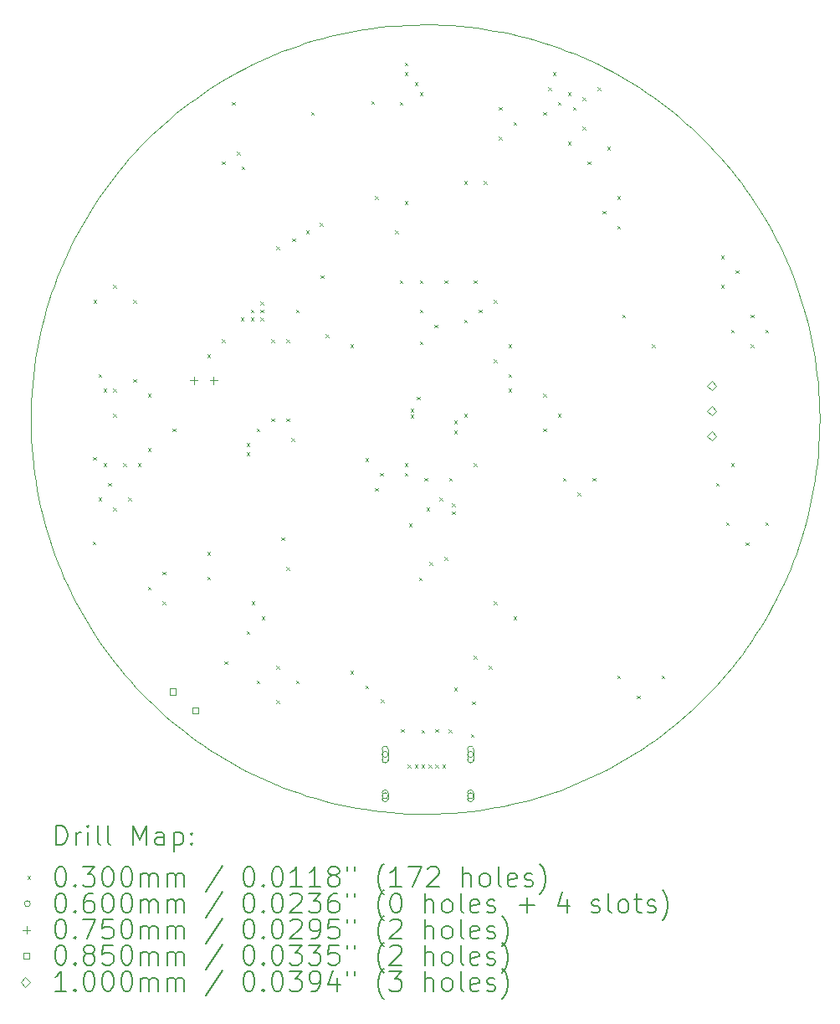
<source format=gbr>
%TF.GenerationSoftware,KiCad,Pcbnew,8.0.4*%
%TF.CreationDate,2024-08-11T22:53:45+02:00*%
%TF.ProjectId,Haibadge_B,48616962-6164-4676-955f-422e6b696361,rev?*%
%TF.SameCoordinates,Original*%
%TF.FileFunction,Drillmap*%
%TF.FilePolarity,Positive*%
%FSLAX45Y45*%
G04 Gerber Fmt 4.5, Leading zero omitted, Abs format (unit mm)*
G04 Created by KiCad (PCBNEW 8.0.4) date 2024-08-11 22:53:45*
%MOMM*%
%LPD*%
G01*
G04 APERTURE LIST*
%ADD10C,0.100000*%
%ADD11C,0.200000*%
G04 APERTURE END LIST*
D10*
X14080700Y-10002400D02*
X14169100Y-10005300D01*
X14257000Y-10010100D01*
X14344400Y-10016800D01*
X14431300Y-10025300D01*
X14517600Y-10035700D01*
X14603300Y-10048000D01*
X14688500Y-10062000D01*
X14773000Y-10077800D01*
X14856900Y-10095400D01*
X14940100Y-10114800D01*
X15022700Y-10135800D01*
X15104500Y-10158600D01*
X15185700Y-10183100D01*
X15266100Y-10209200D01*
X15345700Y-10237000D01*
X15424600Y-10266400D01*
X15502700Y-10297400D01*
X15579900Y-10329900D01*
X15656300Y-10364100D01*
X15731900Y-10399800D01*
X15806600Y-10437000D01*
X15880400Y-10475700D01*
X15953200Y-10516000D01*
X16025200Y-10557600D01*
X16096200Y-10600800D01*
X16166200Y-10645300D01*
X16235200Y-10691200D01*
X16303100Y-10738600D01*
X16370100Y-10787300D01*
X16436000Y-10837300D01*
X16500800Y-10888700D01*
X16564500Y-10941400D01*
X16627100Y-10995300D01*
X16688500Y-11050500D01*
X16748800Y-11107000D01*
X16807900Y-11164700D01*
X16865800Y-11223600D01*
X16922500Y-11283600D01*
X16978000Y-11344900D01*
X17032200Y-11407200D01*
X17085100Y-11470700D01*
X17136700Y-11535300D01*
X17187000Y-11601000D01*
X17235900Y-11667800D01*
X17283500Y-11735500D01*
X17329700Y-11804400D01*
X17374500Y-11874200D01*
X17417900Y-11945000D01*
X17459900Y-12016700D01*
X17500400Y-12089400D01*
X17539400Y-12163000D01*
X17576900Y-12237500D01*
X17612900Y-12312900D01*
X17647300Y-12389200D01*
X17680200Y-12466300D01*
X17711500Y-12544200D01*
X17741200Y-12623000D01*
X17769300Y-12702500D01*
X17795700Y-12782700D01*
X17820500Y-12863700D01*
X17843600Y-12945500D01*
X17865000Y-13027900D01*
X17884600Y-13111000D01*
X17902600Y-13194800D01*
X17918700Y-13279200D01*
X17933100Y-13364200D01*
X17945700Y-13449800D01*
X17956400Y-13536000D01*
X17965300Y-13622800D01*
X17972400Y-13710100D01*
X17977500Y-13797900D01*
X17980800Y-13886200D01*
X17982100Y-13975000D01*
X17982200Y-13991800D01*
X17981200Y-14080700D01*
X17978300Y-14169100D01*
X17973500Y-14257000D01*
X17966800Y-14344400D01*
X17958200Y-14431300D01*
X17947800Y-14517600D01*
X17935600Y-14603300D01*
X17921600Y-14688500D01*
X17905700Y-14773000D01*
X17888100Y-14856900D01*
X17868800Y-14940100D01*
X17847700Y-15022700D01*
X17825000Y-15104500D01*
X17800500Y-15185700D01*
X17774400Y-15266100D01*
X17746600Y-15345700D01*
X17717200Y-15424600D01*
X17686200Y-15502700D01*
X17653600Y-15579900D01*
X17619500Y-15656300D01*
X17583800Y-15731900D01*
X17546600Y-15806600D01*
X17507800Y-15880400D01*
X17467600Y-15953200D01*
X17425900Y-16025200D01*
X17382800Y-16096200D01*
X17338300Y-16166200D01*
X17292300Y-16235200D01*
X17245000Y-16303100D01*
X17196300Y-16370100D01*
X17146300Y-16436000D01*
X17094900Y-16500800D01*
X17042200Y-16564500D01*
X16988300Y-16627100D01*
X16933100Y-16688500D01*
X16876600Y-16748800D01*
X16818900Y-16807900D01*
X16760000Y-16865800D01*
X16700000Y-16922500D01*
X16638700Y-16978000D01*
X16576300Y-17032200D01*
X16512800Y-17085100D01*
X16448200Y-17136700D01*
X16382600Y-17187000D01*
X16315800Y-17235900D01*
X16248000Y-17283500D01*
X16179200Y-17329700D01*
X16109400Y-17374500D01*
X16038600Y-17417900D01*
X15966900Y-17459900D01*
X15894200Y-17500400D01*
X15820600Y-17539400D01*
X15746000Y-17576900D01*
X15670600Y-17612900D01*
X15594400Y-17647300D01*
X15517300Y-17680200D01*
X15439300Y-17711500D01*
X15360600Y-17741200D01*
X15281100Y-17769300D01*
X15200900Y-17795700D01*
X15119800Y-17820500D01*
X15038100Y-17843600D01*
X14955700Y-17865000D01*
X14872600Y-17884600D01*
X14788800Y-17902600D01*
X14704400Y-17918700D01*
X14619400Y-17933100D01*
X14533800Y-17945700D01*
X14447600Y-17956400D01*
X14360800Y-17965300D01*
X14273500Y-17972400D01*
X14185700Y-17977500D01*
X14097400Y-17980800D01*
X14008600Y-17982100D01*
X13991800Y-17982200D01*
X13902900Y-17981200D01*
X13814500Y-17978300D01*
X13726600Y-17973500D01*
X13639200Y-17966800D01*
X13552300Y-17958200D01*
X13466000Y-17947800D01*
X13380300Y-17935600D01*
X13295100Y-17921600D01*
X13210600Y-17905700D01*
X13126700Y-17888100D01*
X13043500Y-17868800D01*
X12960900Y-17847700D01*
X12879100Y-17825000D01*
X12797900Y-17800500D01*
X12717500Y-17774400D01*
X12637900Y-17746600D01*
X12559000Y-17717200D01*
X12480900Y-17686200D01*
X12403700Y-17653600D01*
X12327200Y-17619500D01*
X12251700Y-17583800D01*
X12177000Y-17546600D01*
X12103200Y-17507800D01*
X12030300Y-17467600D01*
X11958400Y-17425900D01*
X11887400Y-17382800D01*
X11817400Y-17338300D01*
X11748400Y-17292300D01*
X11680400Y-17245000D01*
X11613500Y-17196300D01*
X11547600Y-17146300D01*
X11482800Y-17094900D01*
X11419100Y-17042200D01*
X11356500Y-16988300D01*
X11295100Y-16933100D01*
X11234800Y-16876600D01*
X11175700Y-16818900D01*
X11117800Y-16760000D01*
X11061100Y-16700000D01*
X11005600Y-16638700D01*
X10951400Y-16576300D01*
X10898500Y-16512800D01*
X10846900Y-16448200D01*
X10796600Y-16382600D01*
X10747700Y-16315800D01*
X10700100Y-16248000D01*
X10653800Y-16179200D01*
X10609000Y-16109400D01*
X10565600Y-16038600D01*
X10523700Y-15966900D01*
X10483200Y-15894200D01*
X10444200Y-15820600D01*
X10406700Y-15746000D01*
X10370700Y-15670600D01*
X10336300Y-15594400D01*
X10303400Y-15517300D01*
X10272100Y-15439300D01*
X10242400Y-15360600D01*
X10214300Y-15281100D01*
X10187900Y-15200900D01*
X10163100Y-15119800D01*
X10140000Y-15038100D01*
X10118600Y-14955700D01*
X10098900Y-14872600D01*
X10081000Y-14788800D01*
X10064900Y-14704400D01*
X10050500Y-14619400D01*
X10037900Y-14533800D01*
X10027200Y-14447600D01*
X10018200Y-14360800D01*
X10011200Y-14273500D01*
X10006000Y-14185700D01*
X10002800Y-14097400D01*
X10001400Y-14008600D01*
X10001400Y-13991800D01*
X10002400Y-13902900D01*
X10005300Y-13814500D01*
X10010100Y-13726600D01*
X10016800Y-13639200D01*
X10025300Y-13552300D01*
X10035700Y-13466000D01*
X10048000Y-13380300D01*
X10062000Y-13295100D01*
X10077800Y-13210600D01*
X10095400Y-13126700D01*
X10114800Y-13043500D01*
X10135800Y-12960900D01*
X10158600Y-12879100D01*
X10183100Y-12797900D01*
X10209200Y-12717500D01*
X10237000Y-12637900D01*
X10266400Y-12559000D01*
X10297400Y-12480900D01*
X10329900Y-12403700D01*
X10364100Y-12327200D01*
X10399800Y-12251700D01*
X10437000Y-12177000D01*
X10475700Y-12103200D01*
X10516000Y-12030300D01*
X10557600Y-11958400D01*
X10600800Y-11887400D01*
X10645300Y-11817400D01*
X10691200Y-11748400D01*
X10738600Y-11680400D01*
X10787300Y-11613500D01*
X10837300Y-11547600D01*
X10888700Y-11482800D01*
X10941400Y-11419100D01*
X10995300Y-11356500D01*
X11050500Y-11295100D01*
X11107000Y-11234800D01*
X11164700Y-11175700D01*
X11223600Y-11117800D01*
X11283600Y-11061100D01*
X11344900Y-11005600D01*
X11407200Y-10951400D01*
X11470700Y-10898500D01*
X11535300Y-10846900D01*
X11601000Y-10796600D01*
X11667800Y-10747700D01*
X11735500Y-10700100D01*
X11804400Y-10653800D01*
X11874200Y-10609000D01*
X11945000Y-10565600D01*
X12016700Y-10523700D01*
X12089400Y-10483200D01*
X12163000Y-10444200D01*
X12237500Y-10406700D01*
X12312900Y-10370700D01*
X12389200Y-10336300D01*
X12466300Y-10303400D01*
X12544200Y-10272100D01*
X12623000Y-10242400D01*
X12702500Y-10214300D01*
X12782700Y-10187900D01*
X12863700Y-10163100D01*
X12945500Y-10140000D01*
X13027900Y-10118600D01*
X13111000Y-10098900D01*
X13194800Y-10081000D01*
X13279200Y-10064900D01*
X13364200Y-10050500D01*
X13449800Y-10037900D01*
X13536000Y-10027200D01*
X13622800Y-10018200D01*
X13710100Y-10011200D01*
X13797900Y-10006000D01*
X13886200Y-10002800D01*
X13975000Y-10001400D01*
X13991800Y-10001400D01*
X14080700Y-10002400D01*
D11*
D10*
X10625000Y-15230000D02*
X10655000Y-15260000D01*
X10655000Y-15230000D02*
X10625000Y-15260000D01*
X10630000Y-14375000D02*
X10660000Y-14405000D01*
X10660000Y-14375000D02*
X10630000Y-14405000D01*
X10635000Y-12785000D02*
X10665000Y-12815000D01*
X10665000Y-12785000D02*
X10635000Y-12815000D01*
X10685000Y-13535000D02*
X10715000Y-13565000D01*
X10715000Y-13535000D02*
X10685000Y-13565000D01*
X10685000Y-14785000D02*
X10715000Y-14815000D01*
X10715000Y-14785000D02*
X10685000Y-14815000D01*
X10735000Y-13685000D02*
X10765000Y-13715000D01*
X10765000Y-13685000D02*
X10735000Y-13715000D01*
X10735000Y-14435000D02*
X10765000Y-14465000D01*
X10765000Y-14435000D02*
X10735000Y-14465000D01*
X10785000Y-14635000D02*
X10815000Y-14665000D01*
X10815000Y-14635000D02*
X10785000Y-14665000D01*
X10835000Y-12635000D02*
X10865000Y-12665000D01*
X10865000Y-12635000D02*
X10835000Y-12665000D01*
X10835000Y-13685000D02*
X10865000Y-13715000D01*
X10865000Y-13685000D02*
X10835000Y-13715000D01*
X10835000Y-13935000D02*
X10865000Y-13965000D01*
X10865000Y-13935000D02*
X10835000Y-13965000D01*
X10835000Y-14885000D02*
X10865000Y-14915000D01*
X10865000Y-14885000D02*
X10835000Y-14915000D01*
X10935000Y-14435000D02*
X10965000Y-14465000D01*
X10965000Y-14435000D02*
X10935000Y-14465000D01*
X10985000Y-14785000D02*
X11015000Y-14815000D01*
X11015000Y-14785000D02*
X10985000Y-14815000D01*
X11035000Y-12785000D02*
X11065000Y-12815000D01*
X11065000Y-12785000D02*
X11035000Y-12815000D01*
X11035000Y-13585000D02*
X11065000Y-13615000D01*
X11065000Y-13585000D02*
X11035000Y-13615000D01*
X11085000Y-14435000D02*
X11115000Y-14465000D01*
X11115000Y-14435000D02*
X11085000Y-14465000D01*
X11185000Y-13735000D02*
X11215000Y-13765000D01*
X11215000Y-13735000D02*
X11185000Y-13765000D01*
X11185000Y-14285000D02*
X11215000Y-14315000D01*
X11215000Y-14285000D02*
X11185000Y-14315000D01*
X11185000Y-15685000D02*
X11215000Y-15715000D01*
X11215000Y-15685000D02*
X11185000Y-15715000D01*
X11335000Y-15535000D02*
X11365000Y-15565000D01*
X11365000Y-15535000D02*
X11335000Y-15565000D01*
X11335000Y-15835000D02*
X11365000Y-15865000D01*
X11365000Y-15835000D02*
X11335000Y-15865000D01*
X11435000Y-14085000D02*
X11465000Y-14115000D01*
X11465000Y-14085000D02*
X11435000Y-14115000D01*
X11785000Y-13335000D02*
X11815000Y-13365000D01*
X11815000Y-13335000D02*
X11785000Y-13365000D01*
X11785000Y-15335000D02*
X11815000Y-15365000D01*
X11815000Y-15335000D02*
X11785000Y-15365000D01*
X11785000Y-15585000D02*
X11815000Y-15615000D01*
X11815000Y-15585000D02*
X11785000Y-15615000D01*
X11935000Y-11385000D02*
X11965000Y-11415000D01*
X11965000Y-11385000D02*
X11935000Y-11415000D01*
X11935000Y-13185000D02*
X11965000Y-13215000D01*
X11965000Y-13185000D02*
X11935000Y-13215000D01*
X11960000Y-16440000D02*
X11990000Y-16470000D01*
X11990000Y-16440000D02*
X11960000Y-16470000D01*
X12035000Y-10785000D02*
X12065000Y-10815000D01*
X12065000Y-10785000D02*
X12035000Y-10815000D01*
X12085000Y-11285000D02*
X12115000Y-11315000D01*
X12115000Y-11285000D02*
X12085000Y-11315000D01*
X12125000Y-12965000D02*
X12155000Y-12995000D01*
X12155000Y-12965000D02*
X12125000Y-12995000D01*
X12135000Y-11435000D02*
X12165000Y-11465000D01*
X12165000Y-11435000D02*
X12135000Y-11465000D01*
X12185000Y-14235000D02*
X12215000Y-14265000D01*
X12215000Y-14235000D02*
X12185000Y-14265000D01*
X12185000Y-14325000D02*
X12215000Y-14355000D01*
X12215000Y-14325000D02*
X12185000Y-14355000D01*
X12185000Y-16135000D02*
X12215000Y-16165000D01*
X12215000Y-16135000D02*
X12185000Y-16165000D01*
X12225000Y-12885000D02*
X12255000Y-12915000D01*
X12255000Y-12885000D02*
X12225000Y-12915000D01*
X12225000Y-12965000D02*
X12255000Y-12995000D01*
X12255000Y-12965000D02*
X12225000Y-12995000D01*
X12235000Y-15835000D02*
X12265000Y-15865000D01*
X12265000Y-15835000D02*
X12235000Y-15865000D01*
X12285000Y-14085000D02*
X12315000Y-14115000D01*
X12315000Y-14085000D02*
X12285000Y-14115000D01*
X12285000Y-16635000D02*
X12315000Y-16665000D01*
X12315000Y-16635000D02*
X12285000Y-16665000D01*
X12325000Y-12805000D02*
X12355000Y-12835000D01*
X12355000Y-12805000D02*
X12325000Y-12835000D01*
X12325000Y-12885000D02*
X12355000Y-12915000D01*
X12355000Y-12885000D02*
X12325000Y-12915000D01*
X12325000Y-12965000D02*
X12355000Y-12995000D01*
X12355000Y-12965000D02*
X12325000Y-12995000D01*
X12335000Y-15985000D02*
X12365000Y-16015000D01*
X12365000Y-15985000D02*
X12335000Y-16015000D01*
X12435000Y-13185000D02*
X12465000Y-13215000D01*
X12465000Y-13185000D02*
X12435000Y-13215000D01*
X12435000Y-13985000D02*
X12465000Y-14015000D01*
X12465000Y-13985000D02*
X12435000Y-14015000D01*
X12485000Y-12245000D02*
X12515000Y-12275000D01*
X12515000Y-12245000D02*
X12485000Y-12275000D01*
X12485000Y-16485000D02*
X12515000Y-16515000D01*
X12515000Y-16485000D02*
X12485000Y-16515000D01*
X12485000Y-16835000D02*
X12515000Y-16865000D01*
X12515000Y-16835000D02*
X12485000Y-16865000D01*
X12535000Y-15185000D02*
X12565000Y-15215000D01*
X12565000Y-15185000D02*
X12535000Y-15215000D01*
X12585000Y-13185000D02*
X12615000Y-13215000D01*
X12615000Y-13185000D02*
X12585000Y-13215000D01*
X12585000Y-13985000D02*
X12615000Y-14015000D01*
X12615000Y-13985000D02*
X12585000Y-14015000D01*
X12585000Y-15485000D02*
X12615000Y-15515000D01*
X12615000Y-15485000D02*
X12585000Y-15515000D01*
X12635000Y-14185000D02*
X12665000Y-14215000D01*
X12665000Y-14185000D02*
X12635000Y-14215000D01*
X12645000Y-12165000D02*
X12675000Y-12195000D01*
X12675000Y-12165000D02*
X12645000Y-12195000D01*
X12685000Y-12885000D02*
X12715000Y-12915000D01*
X12715000Y-12885000D02*
X12685000Y-12915000D01*
X12685000Y-16635000D02*
X12715000Y-16665000D01*
X12715000Y-16635000D02*
X12685000Y-16665000D01*
X12785000Y-12085000D02*
X12815000Y-12115000D01*
X12815000Y-12085000D02*
X12785000Y-12115000D01*
X12835000Y-10885000D02*
X12865000Y-10915000D01*
X12865000Y-10885000D02*
X12835000Y-10915000D01*
X12925000Y-12005000D02*
X12955000Y-12035000D01*
X12955000Y-12005000D02*
X12925000Y-12035000D01*
X12935000Y-12535000D02*
X12965000Y-12565000D01*
X12965000Y-12535000D02*
X12935000Y-12565000D01*
X12985000Y-13135000D02*
X13015000Y-13165000D01*
X13015000Y-13135000D02*
X12985000Y-13165000D01*
X13235000Y-13235000D02*
X13265000Y-13265000D01*
X13265000Y-13235000D02*
X13235000Y-13265000D01*
X13235000Y-16535000D02*
X13265000Y-16565000D01*
X13265000Y-16535000D02*
X13235000Y-16565000D01*
X13385000Y-14385000D02*
X13415000Y-14415000D01*
X13415000Y-14385000D02*
X13385000Y-14415000D01*
X13385000Y-16685000D02*
X13415000Y-16715000D01*
X13415000Y-16685000D02*
X13385000Y-16715000D01*
X13445000Y-10775000D02*
X13475000Y-10805000D01*
X13475000Y-10775000D02*
X13445000Y-10805000D01*
X13485000Y-11735000D02*
X13515000Y-11765000D01*
X13515000Y-11735000D02*
X13485000Y-11765000D01*
X13485000Y-14685000D02*
X13515000Y-14715000D01*
X13515000Y-14685000D02*
X13485000Y-14715000D01*
X13535000Y-14535000D02*
X13565000Y-14565000D01*
X13565000Y-14535000D02*
X13535000Y-14565000D01*
X13545000Y-16825000D02*
X13575000Y-16855000D01*
X13575000Y-16825000D02*
X13545000Y-16855000D01*
X13685000Y-12085000D02*
X13715000Y-12115000D01*
X13715000Y-12085000D02*
X13685000Y-12115000D01*
X13735000Y-10785000D02*
X13765000Y-10815000D01*
X13765000Y-10785000D02*
X13735000Y-10815000D01*
X13735000Y-12585000D02*
X13765000Y-12615000D01*
X13765000Y-12585000D02*
X13735000Y-12615000D01*
X13745000Y-17125000D02*
X13775000Y-17155000D01*
X13775000Y-17125000D02*
X13745000Y-17155000D01*
X13785000Y-10385000D02*
X13815000Y-10415000D01*
X13815000Y-10385000D02*
X13785000Y-10415000D01*
X13785000Y-10485000D02*
X13815000Y-10515000D01*
X13815000Y-10485000D02*
X13785000Y-10515000D01*
X13785000Y-11785000D02*
X13815000Y-11815000D01*
X13815000Y-11785000D02*
X13785000Y-11815000D01*
X13785000Y-14435000D02*
X13815000Y-14465000D01*
X13815000Y-14435000D02*
X13785000Y-14465000D01*
X13785000Y-14535000D02*
X13815000Y-14565000D01*
X13815000Y-14535000D02*
X13785000Y-14565000D01*
X13815000Y-17485000D02*
X13845000Y-17515000D01*
X13845000Y-17485000D02*
X13815000Y-17515000D01*
X13825000Y-15045000D02*
X13855000Y-15075000D01*
X13855000Y-15045000D02*
X13825000Y-15075000D01*
X13845000Y-13885000D02*
X13875000Y-13915000D01*
X13875000Y-13885000D02*
X13845000Y-13915000D01*
X13845000Y-13945000D02*
X13875000Y-13975000D01*
X13875000Y-13945000D02*
X13845000Y-13975000D01*
X13885000Y-10585000D02*
X13915000Y-10615000D01*
X13915000Y-10585000D02*
X13885000Y-10615000D01*
X13885000Y-17485000D02*
X13915000Y-17515000D01*
X13915000Y-17485000D02*
X13885000Y-17515000D01*
X13905000Y-13765000D02*
X13935000Y-13795000D01*
X13935000Y-13765000D02*
X13905000Y-13795000D01*
X13928431Y-15591569D02*
X13958431Y-15621569D01*
X13958431Y-15591569D02*
X13928431Y-15621569D01*
X13935000Y-10685000D02*
X13965000Y-10715000D01*
X13965000Y-10685000D02*
X13935000Y-10715000D01*
X13935000Y-12585000D02*
X13965000Y-12615000D01*
X13965000Y-12585000D02*
X13935000Y-12615000D01*
X13935000Y-12885000D02*
X13965000Y-12915000D01*
X13965000Y-12885000D02*
X13935000Y-12915000D01*
X13935000Y-13205000D02*
X13965000Y-13235000D01*
X13965000Y-13205000D02*
X13935000Y-13235000D01*
X13955000Y-17135000D02*
X13985000Y-17165000D01*
X13985000Y-17135000D02*
X13955000Y-17165000D01*
X13955000Y-17485000D02*
X13985000Y-17515000D01*
X13985000Y-17485000D02*
X13955000Y-17515000D01*
X13985000Y-14585000D02*
X14015000Y-14615000D01*
X14015000Y-14585000D02*
X13985000Y-14615000D01*
X14005000Y-14885000D02*
X14035000Y-14915000D01*
X14035000Y-14885000D02*
X14005000Y-14915000D01*
X14025000Y-17485000D02*
X14055000Y-17515000D01*
X14055000Y-17485000D02*
X14025000Y-17515000D01*
X14035000Y-15435000D02*
X14065000Y-15465000D01*
X14065000Y-15435000D02*
X14035000Y-15465000D01*
X14085000Y-13035000D02*
X14115000Y-13065000D01*
X14115000Y-13035000D02*
X14085000Y-13065000D01*
X14093000Y-17125076D02*
X14123000Y-17155076D01*
X14123000Y-17125076D02*
X14093000Y-17155076D01*
X14095000Y-17485000D02*
X14125000Y-17515000D01*
X14125000Y-17485000D02*
X14095000Y-17515000D01*
X14135000Y-14785000D02*
X14165000Y-14815000D01*
X14165000Y-14785000D02*
X14135000Y-14815000D01*
X14165000Y-17485000D02*
X14195000Y-17515000D01*
X14195000Y-17485000D02*
X14165000Y-17515000D01*
X14185000Y-12585000D02*
X14215000Y-12615000D01*
X14215000Y-12585000D02*
X14185000Y-12615000D01*
X14185000Y-15385000D02*
X14215000Y-15415000D01*
X14215000Y-15385000D02*
X14185000Y-15415000D01*
X14230962Y-17130962D02*
X14260962Y-17160962D01*
X14260962Y-17130962D02*
X14230962Y-17160962D01*
X14235000Y-14585000D02*
X14265000Y-14615000D01*
X14265000Y-14585000D02*
X14235000Y-14615000D01*
X14265000Y-14845000D02*
X14295000Y-14875000D01*
X14295000Y-14845000D02*
X14265000Y-14875000D01*
X14265000Y-14925000D02*
X14295000Y-14955000D01*
X14295000Y-14925000D02*
X14265000Y-14955000D01*
X14285000Y-14005000D02*
X14315000Y-14035000D01*
X14315000Y-14005000D02*
X14285000Y-14035000D01*
X14285000Y-14105000D02*
X14315000Y-14135000D01*
X14315000Y-14105000D02*
X14285000Y-14135000D01*
X14285000Y-16705000D02*
X14315000Y-16735000D01*
X14315000Y-16705000D02*
X14285000Y-16735000D01*
X14385000Y-11585000D02*
X14415000Y-11615000D01*
X14415000Y-11585000D02*
X14385000Y-11615000D01*
X14385000Y-12985000D02*
X14415000Y-13015000D01*
X14415000Y-12985000D02*
X14385000Y-13015000D01*
X14385000Y-13935000D02*
X14415000Y-13965000D01*
X14415000Y-13935000D02*
X14385000Y-13965000D01*
X14455000Y-17175000D02*
X14485000Y-17205000D01*
X14485000Y-17175000D02*
X14455000Y-17205000D01*
X14465000Y-16845000D02*
X14495000Y-16875000D01*
X14495000Y-16845000D02*
X14465000Y-16875000D01*
X14485000Y-12585000D02*
X14515000Y-12615000D01*
X14515000Y-12585000D02*
X14485000Y-12615000D01*
X14485000Y-14435000D02*
X14515000Y-14465000D01*
X14515000Y-14435000D02*
X14485000Y-14465000D01*
X14485000Y-16385000D02*
X14515000Y-16415000D01*
X14515000Y-16385000D02*
X14485000Y-16415000D01*
X14535000Y-12885000D02*
X14565000Y-12915000D01*
X14565000Y-12885000D02*
X14535000Y-12915000D01*
X14585000Y-11585000D02*
X14615000Y-11615000D01*
X14615000Y-11585000D02*
X14585000Y-11615000D01*
X14635000Y-16485000D02*
X14665000Y-16515000D01*
X14665000Y-16485000D02*
X14635000Y-16515000D01*
X14685000Y-12785000D02*
X14715000Y-12815000D01*
X14715000Y-12785000D02*
X14685000Y-12815000D01*
X14685000Y-13385000D02*
X14715000Y-13415000D01*
X14715000Y-13385000D02*
X14685000Y-13415000D01*
X14685000Y-15835000D02*
X14715000Y-15865000D01*
X14715000Y-15835000D02*
X14685000Y-15865000D01*
X14735000Y-10835000D02*
X14765000Y-10865000D01*
X14765000Y-10835000D02*
X14735000Y-10865000D01*
X14735000Y-11135000D02*
X14765000Y-11165000D01*
X14765000Y-11135000D02*
X14735000Y-11165000D01*
X14835000Y-13235000D02*
X14865000Y-13265000D01*
X14865000Y-13235000D02*
X14835000Y-13265000D01*
X14835000Y-13535000D02*
X14865000Y-13565000D01*
X14865000Y-13535000D02*
X14835000Y-13565000D01*
X14835000Y-13685000D02*
X14865000Y-13715000D01*
X14865000Y-13685000D02*
X14835000Y-13715000D01*
X14885000Y-10985000D02*
X14915000Y-11015000D01*
X14915000Y-10985000D02*
X14885000Y-11015000D01*
X14885000Y-15985000D02*
X14915000Y-16015000D01*
X14915000Y-15985000D02*
X14885000Y-16015000D01*
X15185000Y-10885000D02*
X15215000Y-10915000D01*
X15215000Y-10885000D02*
X15185000Y-10915000D01*
X15185000Y-13735000D02*
X15215000Y-13765000D01*
X15215000Y-13735000D02*
X15185000Y-13765000D01*
X15185000Y-14085000D02*
X15215000Y-14115000D01*
X15215000Y-14085000D02*
X15185000Y-14115000D01*
X15235000Y-10635000D02*
X15265000Y-10665000D01*
X15265000Y-10635000D02*
X15235000Y-10665000D01*
X15285000Y-10485000D02*
X15315000Y-10515000D01*
X15315000Y-10485000D02*
X15285000Y-10515000D01*
X15335000Y-10785000D02*
X15365000Y-10815000D01*
X15365000Y-10785000D02*
X15335000Y-10815000D01*
X15335000Y-13935000D02*
X15365000Y-13965000D01*
X15365000Y-13935000D02*
X15335000Y-13965000D01*
X15385000Y-14585000D02*
X15415000Y-14615000D01*
X15415000Y-14585000D02*
X15385000Y-14615000D01*
X15435000Y-10685000D02*
X15465000Y-10715000D01*
X15465000Y-10685000D02*
X15435000Y-10715000D01*
X15435000Y-11185000D02*
X15465000Y-11215000D01*
X15465000Y-11185000D02*
X15435000Y-11215000D01*
X15485000Y-10835000D02*
X15515000Y-10865000D01*
X15515000Y-10835000D02*
X15485000Y-10865000D01*
X15535000Y-14735000D02*
X15565000Y-14765000D01*
X15565000Y-14735000D02*
X15535000Y-14765000D01*
X15585000Y-10735000D02*
X15615000Y-10765000D01*
X15615000Y-10735000D02*
X15585000Y-10765000D01*
X15585000Y-11035000D02*
X15615000Y-11065000D01*
X15615000Y-11035000D02*
X15585000Y-11065000D01*
X15635000Y-11385000D02*
X15665000Y-11415000D01*
X15665000Y-11385000D02*
X15635000Y-11415000D01*
X15685000Y-14585000D02*
X15715000Y-14615000D01*
X15715000Y-14585000D02*
X15685000Y-14615000D01*
X15735000Y-10635000D02*
X15765000Y-10665000D01*
X15765000Y-10635000D02*
X15735000Y-10665000D01*
X15785000Y-11885000D02*
X15815000Y-11915000D01*
X15815000Y-11885000D02*
X15785000Y-11915000D01*
X15835000Y-11235000D02*
X15865000Y-11265000D01*
X15865000Y-11235000D02*
X15835000Y-11265000D01*
X15935000Y-11735000D02*
X15965000Y-11765000D01*
X15965000Y-11735000D02*
X15935000Y-11765000D01*
X15935000Y-12035000D02*
X15965000Y-12065000D01*
X15965000Y-12035000D02*
X15935000Y-12065000D01*
X15935000Y-16585000D02*
X15965000Y-16615000D01*
X15965000Y-16585000D02*
X15935000Y-16615000D01*
X15985000Y-12935000D02*
X16015000Y-12965000D01*
X16015000Y-12935000D02*
X15985000Y-12965000D01*
X16135000Y-16785000D02*
X16165000Y-16815000D01*
X16165000Y-16785000D02*
X16135000Y-16815000D01*
X16285000Y-13235000D02*
X16315000Y-13265000D01*
X16315000Y-13235000D02*
X16285000Y-13265000D01*
X16385000Y-16585000D02*
X16415000Y-16615000D01*
X16415000Y-16585000D02*
X16385000Y-16615000D01*
X16935000Y-14635000D02*
X16965000Y-14665000D01*
X16965000Y-14635000D02*
X16935000Y-14665000D01*
X16985000Y-12335000D02*
X17015000Y-12365000D01*
X17015000Y-12335000D02*
X16985000Y-12365000D01*
X16985000Y-12635000D02*
X17015000Y-12665000D01*
X17015000Y-12635000D02*
X16985000Y-12665000D01*
X17035000Y-15035000D02*
X17065000Y-15065000D01*
X17065000Y-15035000D02*
X17035000Y-15065000D01*
X17085000Y-13085000D02*
X17115000Y-13115000D01*
X17115000Y-13085000D02*
X17085000Y-13115000D01*
X17085000Y-14435000D02*
X17115000Y-14465000D01*
X17115000Y-14435000D02*
X17085000Y-14465000D01*
X17135000Y-12485000D02*
X17165000Y-12515000D01*
X17165000Y-12485000D02*
X17135000Y-12515000D01*
X17235000Y-15235000D02*
X17265000Y-15265000D01*
X17265000Y-15235000D02*
X17235000Y-15265000D01*
X17285000Y-12935000D02*
X17315000Y-12965000D01*
X17315000Y-12935000D02*
X17285000Y-12965000D01*
X17285000Y-13235000D02*
X17315000Y-13265000D01*
X17315000Y-13235000D02*
X17285000Y-13265000D01*
X17435000Y-13085000D02*
X17465000Y-13115000D01*
X17465000Y-13085000D02*
X17435000Y-13115000D01*
X17435000Y-15035000D02*
X17465000Y-15065000D01*
X17465000Y-15035000D02*
X17435000Y-15065000D01*
X13616000Y-17382000D02*
G75*
G02*
X13556000Y-17382000I-30000J0D01*
G01*
X13556000Y-17382000D02*
G75*
G02*
X13616000Y-17382000I30000J0D01*
G01*
X13616000Y-17437000D02*
X13616000Y-17327000D01*
X13556000Y-17327000D02*
G75*
G02*
X13616000Y-17327000I30000J0D01*
G01*
X13556000Y-17327000D02*
X13556000Y-17437000D01*
X13556000Y-17437000D02*
G75*
G03*
X13616000Y-17437000I30000J0D01*
G01*
X13616000Y-17800000D02*
G75*
G02*
X13556000Y-17800000I-30000J0D01*
G01*
X13556000Y-17800000D02*
G75*
G02*
X13616000Y-17800000I30000J0D01*
G01*
X13616000Y-17830000D02*
X13616000Y-17770000D01*
X13556000Y-17770000D02*
G75*
G02*
X13616000Y-17770000I30000J0D01*
G01*
X13556000Y-17770000D02*
X13556000Y-17830000D01*
X13556000Y-17830000D02*
G75*
G03*
X13616000Y-17830000I30000J0D01*
G01*
X14480000Y-17382000D02*
G75*
G02*
X14420000Y-17382000I-30000J0D01*
G01*
X14420000Y-17382000D02*
G75*
G02*
X14480000Y-17382000I30000J0D01*
G01*
X14480000Y-17437000D02*
X14480000Y-17327000D01*
X14420000Y-17327000D02*
G75*
G02*
X14480000Y-17327000I30000J0D01*
G01*
X14420000Y-17327000D02*
X14420000Y-17437000D01*
X14420000Y-17437000D02*
G75*
G03*
X14480000Y-17437000I30000J0D01*
G01*
X14480000Y-17800000D02*
G75*
G02*
X14420000Y-17800000I-30000J0D01*
G01*
X14420000Y-17800000D02*
G75*
G02*
X14480000Y-17800000I30000J0D01*
G01*
X14480000Y-17830000D02*
X14480000Y-17770000D01*
X14420000Y-17770000D02*
G75*
G02*
X14480000Y-17770000I30000J0D01*
G01*
X14420000Y-17770000D02*
X14420000Y-17830000D01*
X14420000Y-17830000D02*
G75*
G03*
X14480000Y-17830000I30000J0D01*
G01*
X11650000Y-13562500D02*
X11650000Y-13637500D01*
X11612500Y-13600000D02*
X11687500Y-13600000D01*
X11850000Y-13562500D02*
X11850000Y-13637500D01*
X11812500Y-13600000D02*
X11887500Y-13600000D01*
X11468877Y-16776330D02*
X11468877Y-16716226D01*
X11408773Y-16716226D01*
X11408773Y-16776330D01*
X11468877Y-16776330D01*
X11698691Y-16969167D02*
X11698691Y-16909062D01*
X11638586Y-16909062D01*
X11638586Y-16969167D01*
X11698691Y-16969167D01*
X16890000Y-13702000D02*
X16940000Y-13652000D01*
X16890000Y-13602000D01*
X16840000Y-13652000D01*
X16890000Y-13702000D01*
X16890000Y-13956000D02*
X16940000Y-13906000D01*
X16890000Y-13856000D01*
X16840000Y-13906000D01*
X16890000Y-13956000D01*
X16890000Y-14210000D02*
X16940000Y-14160000D01*
X16890000Y-14110000D01*
X16840000Y-14160000D01*
X16890000Y-14210000D01*
D11*
X10257177Y-18298684D02*
X10257177Y-18098684D01*
X10257177Y-18098684D02*
X10304796Y-18098684D01*
X10304796Y-18098684D02*
X10333367Y-18108208D01*
X10333367Y-18108208D02*
X10352415Y-18127255D01*
X10352415Y-18127255D02*
X10361939Y-18146303D01*
X10361939Y-18146303D02*
X10371463Y-18184398D01*
X10371463Y-18184398D02*
X10371463Y-18212970D01*
X10371463Y-18212970D02*
X10361939Y-18251065D01*
X10361939Y-18251065D02*
X10352415Y-18270112D01*
X10352415Y-18270112D02*
X10333367Y-18289160D01*
X10333367Y-18289160D02*
X10304796Y-18298684D01*
X10304796Y-18298684D02*
X10257177Y-18298684D01*
X10457177Y-18298684D02*
X10457177Y-18165350D01*
X10457177Y-18203446D02*
X10466701Y-18184398D01*
X10466701Y-18184398D02*
X10476224Y-18174874D01*
X10476224Y-18174874D02*
X10495272Y-18165350D01*
X10495272Y-18165350D02*
X10514320Y-18165350D01*
X10580986Y-18298684D02*
X10580986Y-18165350D01*
X10580986Y-18098684D02*
X10571463Y-18108208D01*
X10571463Y-18108208D02*
X10580986Y-18117731D01*
X10580986Y-18117731D02*
X10590510Y-18108208D01*
X10590510Y-18108208D02*
X10580986Y-18098684D01*
X10580986Y-18098684D02*
X10580986Y-18117731D01*
X10704796Y-18298684D02*
X10685748Y-18289160D01*
X10685748Y-18289160D02*
X10676224Y-18270112D01*
X10676224Y-18270112D02*
X10676224Y-18098684D01*
X10809558Y-18298684D02*
X10790510Y-18289160D01*
X10790510Y-18289160D02*
X10780986Y-18270112D01*
X10780986Y-18270112D02*
X10780986Y-18098684D01*
X11038129Y-18298684D02*
X11038129Y-18098684D01*
X11038129Y-18098684D02*
X11104796Y-18241541D01*
X11104796Y-18241541D02*
X11171463Y-18098684D01*
X11171463Y-18098684D02*
X11171463Y-18298684D01*
X11352415Y-18298684D02*
X11352415Y-18193922D01*
X11352415Y-18193922D02*
X11342891Y-18174874D01*
X11342891Y-18174874D02*
X11323843Y-18165350D01*
X11323843Y-18165350D02*
X11285748Y-18165350D01*
X11285748Y-18165350D02*
X11266701Y-18174874D01*
X11352415Y-18289160D02*
X11333367Y-18298684D01*
X11333367Y-18298684D02*
X11285748Y-18298684D01*
X11285748Y-18298684D02*
X11266701Y-18289160D01*
X11266701Y-18289160D02*
X11257177Y-18270112D01*
X11257177Y-18270112D02*
X11257177Y-18251065D01*
X11257177Y-18251065D02*
X11266701Y-18232017D01*
X11266701Y-18232017D02*
X11285748Y-18222493D01*
X11285748Y-18222493D02*
X11333367Y-18222493D01*
X11333367Y-18222493D02*
X11352415Y-18212970D01*
X11447653Y-18165350D02*
X11447653Y-18365350D01*
X11447653Y-18174874D02*
X11466701Y-18165350D01*
X11466701Y-18165350D02*
X11504796Y-18165350D01*
X11504796Y-18165350D02*
X11523843Y-18174874D01*
X11523843Y-18174874D02*
X11533367Y-18184398D01*
X11533367Y-18184398D02*
X11542891Y-18203446D01*
X11542891Y-18203446D02*
X11542891Y-18260589D01*
X11542891Y-18260589D02*
X11533367Y-18279636D01*
X11533367Y-18279636D02*
X11523843Y-18289160D01*
X11523843Y-18289160D02*
X11504796Y-18298684D01*
X11504796Y-18298684D02*
X11466701Y-18298684D01*
X11466701Y-18298684D02*
X11447653Y-18289160D01*
X11628605Y-18279636D02*
X11638129Y-18289160D01*
X11638129Y-18289160D02*
X11628605Y-18298684D01*
X11628605Y-18298684D02*
X11619082Y-18289160D01*
X11619082Y-18289160D02*
X11628605Y-18279636D01*
X11628605Y-18279636D02*
X11628605Y-18298684D01*
X11628605Y-18174874D02*
X11638129Y-18184398D01*
X11638129Y-18184398D02*
X11628605Y-18193922D01*
X11628605Y-18193922D02*
X11619082Y-18184398D01*
X11619082Y-18184398D02*
X11628605Y-18174874D01*
X11628605Y-18174874D02*
X11628605Y-18193922D01*
D10*
X9966400Y-18612200D02*
X9996400Y-18642200D01*
X9996400Y-18612200D02*
X9966400Y-18642200D01*
D11*
X10295272Y-18518684D02*
X10314320Y-18518684D01*
X10314320Y-18518684D02*
X10333367Y-18528208D01*
X10333367Y-18528208D02*
X10342891Y-18537731D01*
X10342891Y-18537731D02*
X10352415Y-18556779D01*
X10352415Y-18556779D02*
X10361939Y-18594874D01*
X10361939Y-18594874D02*
X10361939Y-18642493D01*
X10361939Y-18642493D02*
X10352415Y-18680589D01*
X10352415Y-18680589D02*
X10342891Y-18699636D01*
X10342891Y-18699636D02*
X10333367Y-18709160D01*
X10333367Y-18709160D02*
X10314320Y-18718684D01*
X10314320Y-18718684D02*
X10295272Y-18718684D01*
X10295272Y-18718684D02*
X10276224Y-18709160D01*
X10276224Y-18709160D02*
X10266701Y-18699636D01*
X10266701Y-18699636D02*
X10257177Y-18680589D01*
X10257177Y-18680589D02*
X10247653Y-18642493D01*
X10247653Y-18642493D02*
X10247653Y-18594874D01*
X10247653Y-18594874D02*
X10257177Y-18556779D01*
X10257177Y-18556779D02*
X10266701Y-18537731D01*
X10266701Y-18537731D02*
X10276224Y-18528208D01*
X10276224Y-18528208D02*
X10295272Y-18518684D01*
X10447653Y-18699636D02*
X10457177Y-18709160D01*
X10457177Y-18709160D02*
X10447653Y-18718684D01*
X10447653Y-18718684D02*
X10438129Y-18709160D01*
X10438129Y-18709160D02*
X10447653Y-18699636D01*
X10447653Y-18699636D02*
X10447653Y-18718684D01*
X10523844Y-18518684D02*
X10647653Y-18518684D01*
X10647653Y-18518684D02*
X10580986Y-18594874D01*
X10580986Y-18594874D02*
X10609558Y-18594874D01*
X10609558Y-18594874D02*
X10628605Y-18604398D01*
X10628605Y-18604398D02*
X10638129Y-18613922D01*
X10638129Y-18613922D02*
X10647653Y-18632970D01*
X10647653Y-18632970D02*
X10647653Y-18680589D01*
X10647653Y-18680589D02*
X10638129Y-18699636D01*
X10638129Y-18699636D02*
X10628605Y-18709160D01*
X10628605Y-18709160D02*
X10609558Y-18718684D01*
X10609558Y-18718684D02*
X10552415Y-18718684D01*
X10552415Y-18718684D02*
X10533367Y-18709160D01*
X10533367Y-18709160D02*
X10523844Y-18699636D01*
X10771463Y-18518684D02*
X10790510Y-18518684D01*
X10790510Y-18518684D02*
X10809558Y-18528208D01*
X10809558Y-18528208D02*
X10819082Y-18537731D01*
X10819082Y-18537731D02*
X10828605Y-18556779D01*
X10828605Y-18556779D02*
X10838129Y-18594874D01*
X10838129Y-18594874D02*
X10838129Y-18642493D01*
X10838129Y-18642493D02*
X10828605Y-18680589D01*
X10828605Y-18680589D02*
X10819082Y-18699636D01*
X10819082Y-18699636D02*
X10809558Y-18709160D01*
X10809558Y-18709160D02*
X10790510Y-18718684D01*
X10790510Y-18718684D02*
X10771463Y-18718684D01*
X10771463Y-18718684D02*
X10752415Y-18709160D01*
X10752415Y-18709160D02*
X10742891Y-18699636D01*
X10742891Y-18699636D02*
X10733367Y-18680589D01*
X10733367Y-18680589D02*
X10723844Y-18642493D01*
X10723844Y-18642493D02*
X10723844Y-18594874D01*
X10723844Y-18594874D02*
X10733367Y-18556779D01*
X10733367Y-18556779D02*
X10742891Y-18537731D01*
X10742891Y-18537731D02*
X10752415Y-18528208D01*
X10752415Y-18528208D02*
X10771463Y-18518684D01*
X10961939Y-18518684D02*
X10980986Y-18518684D01*
X10980986Y-18518684D02*
X11000034Y-18528208D01*
X11000034Y-18528208D02*
X11009558Y-18537731D01*
X11009558Y-18537731D02*
X11019082Y-18556779D01*
X11019082Y-18556779D02*
X11028605Y-18594874D01*
X11028605Y-18594874D02*
X11028605Y-18642493D01*
X11028605Y-18642493D02*
X11019082Y-18680589D01*
X11019082Y-18680589D02*
X11009558Y-18699636D01*
X11009558Y-18699636D02*
X11000034Y-18709160D01*
X11000034Y-18709160D02*
X10980986Y-18718684D01*
X10980986Y-18718684D02*
X10961939Y-18718684D01*
X10961939Y-18718684D02*
X10942891Y-18709160D01*
X10942891Y-18709160D02*
X10933367Y-18699636D01*
X10933367Y-18699636D02*
X10923844Y-18680589D01*
X10923844Y-18680589D02*
X10914320Y-18642493D01*
X10914320Y-18642493D02*
X10914320Y-18594874D01*
X10914320Y-18594874D02*
X10923844Y-18556779D01*
X10923844Y-18556779D02*
X10933367Y-18537731D01*
X10933367Y-18537731D02*
X10942891Y-18528208D01*
X10942891Y-18528208D02*
X10961939Y-18518684D01*
X11114320Y-18718684D02*
X11114320Y-18585350D01*
X11114320Y-18604398D02*
X11123844Y-18594874D01*
X11123844Y-18594874D02*
X11142891Y-18585350D01*
X11142891Y-18585350D02*
X11171463Y-18585350D01*
X11171463Y-18585350D02*
X11190510Y-18594874D01*
X11190510Y-18594874D02*
X11200034Y-18613922D01*
X11200034Y-18613922D02*
X11200034Y-18718684D01*
X11200034Y-18613922D02*
X11209558Y-18594874D01*
X11209558Y-18594874D02*
X11228605Y-18585350D01*
X11228605Y-18585350D02*
X11257177Y-18585350D01*
X11257177Y-18585350D02*
X11276224Y-18594874D01*
X11276224Y-18594874D02*
X11285748Y-18613922D01*
X11285748Y-18613922D02*
X11285748Y-18718684D01*
X11380986Y-18718684D02*
X11380986Y-18585350D01*
X11380986Y-18604398D02*
X11390510Y-18594874D01*
X11390510Y-18594874D02*
X11409558Y-18585350D01*
X11409558Y-18585350D02*
X11438129Y-18585350D01*
X11438129Y-18585350D02*
X11457177Y-18594874D01*
X11457177Y-18594874D02*
X11466701Y-18613922D01*
X11466701Y-18613922D02*
X11466701Y-18718684D01*
X11466701Y-18613922D02*
X11476224Y-18594874D01*
X11476224Y-18594874D02*
X11495272Y-18585350D01*
X11495272Y-18585350D02*
X11523843Y-18585350D01*
X11523843Y-18585350D02*
X11542891Y-18594874D01*
X11542891Y-18594874D02*
X11552415Y-18613922D01*
X11552415Y-18613922D02*
X11552415Y-18718684D01*
X11942891Y-18509160D02*
X11771463Y-18766303D01*
X12200034Y-18518684D02*
X12219082Y-18518684D01*
X12219082Y-18518684D02*
X12238129Y-18528208D01*
X12238129Y-18528208D02*
X12247653Y-18537731D01*
X12247653Y-18537731D02*
X12257177Y-18556779D01*
X12257177Y-18556779D02*
X12266701Y-18594874D01*
X12266701Y-18594874D02*
X12266701Y-18642493D01*
X12266701Y-18642493D02*
X12257177Y-18680589D01*
X12257177Y-18680589D02*
X12247653Y-18699636D01*
X12247653Y-18699636D02*
X12238129Y-18709160D01*
X12238129Y-18709160D02*
X12219082Y-18718684D01*
X12219082Y-18718684D02*
X12200034Y-18718684D01*
X12200034Y-18718684D02*
X12180986Y-18709160D01*
X12180986Y-18709160D02*
X12171463Y-18699636D01*
X12171463Y-18699636D02*
X12161939Y-18680589D01*
X12161939Y-18680589D02*
X12152415Y-18642493D01*
X12152415Y-18642493D02*
X12152415Y-18594874D01*
X12152415Y-18594874D02*
X12161939Y-18556779D01*
X12161939Y-18556779D02*
X12171463Y-18537731D01*
X12171463Y-18537731D02*
X12180986Y-18528208D01*
X12180986Y-18528208D02*
X12200034Y-18518684D01*
X12352415Y-18699636D02*
X12361939Y-18709160D01*
X12361939Y-18709160D02*
X12352415Y-18718684D01*
X12352415Y-18718684D02*
X12342891Y-18709160D01*
X12342891Y-18709160D02*
X12352415Y-18699636D01*
X12352415Y-18699636D02*
X12352415Y-18718684D01*
X12485748Y-18518684D02*
X12504796Y-18518684D01*
X12504796Y-18518684D02*
X12523844Y-18528208D01*
X12523844Y-18528208D02*
X12533367Y-18537731D01*
X12533367Y-18537731D02*
X12542891Y-18556779D01*
X12542891Y-18556779D02*
X12552415Y-18594874D01*
X12552415Y-18594874D02*
X12552415Y-18642493D01*
X12552415Y-18642493D02*
X12542891Y-18680589D01*
X12542891Y-18680589D02*
X12533367Y-18699636D01*
X12533367Y-18699636D02*
X12523844Y-18709160D01*
X12523844Y-18709160D02*
X12504796Y-18718684D01*
X12504796Y-18718684D02*
X12485748Y-18718684D01*
X12485748Y-18718684D02*
X12466701Y-18709160D01*
X12466701Y-18709160D02*
X12457177Y-18699636D01*
X12457177Y-18699636D02*
X12447653Y-18680589D01*
X12447653Y-18680589D02*
X12438129Y-18642493D01*
X12438129Y-18642493D02*
X12438129Y-18594874D01*
X12438129Y-18594874D02*
X12447653Y-18556779D01*
X12447653Y-18556779D02*
X12457177Y-18537731D01*
X12457177Y-18537731D02*
X12466701Y-18528208D01*
X12466701Y-18528208D02*
X12485748Y-18518684D01*
X12742891Y-18718684D02*
X12628606Y-18718684D01*
X12685748Y-18718684D02*
X12685748Y-18518684D01*
X12685748Y-18518684D02*
X12666701Y-18547255D01*
X12666701Y-18547255D02*
X12647653Y-18566303D01*
X12647653Y-18566303D02*
X12628606Y-18575827D01*
X12933367Y-18718684D02*
X12819082Y-18718684D01*
X12876225Y-18718684D02*
X12876225Y-18518684D01*
X12876225Y-18518684D02*
X12857177Y-18547255D01*
X12857177Y-18547255D02*
X12838129Y-18566303D01*
X12838129Y-18566303D02*
X12819082Y-18575827D01*
X13047653Y-18604398D02*
X13028606Y-18594874D01*
X13028606Y-18594874D02*
X13019082Y-18585350D01*
X13019082Y-18585350D02*
X13009558Y-18566303D01*
X13009558Y-18566303D02*
X13009558Y-18556779D01*
X13009558Y-18556779D02*
X13019082Y-18537731D01*
X13019082Y-18537731D02*
X13028606Y-18528208D01*
X13028606Y-18528208D02*
X13047653Y-18518684D01*
X13047653Y-18518684D02*
X13085748Y-18518684D01*
X13085748Y-18518684D02*
X13104796Y-18528208D01*
X13104796Y-18528208D02*
X13114320Y-18537731D01*
X13114320Y-18537731D02*
X13123844Y-18556779D01*
X13123844Y-18556779D02*
X13123844Y-18566303D01*
X13123844Y-18566303D02*
X13114320Y-18585350D01*
X13114320Y-18585350D02*
X13104796Y-18594874D01*
X13104796Y-18594874D02*
X13085748Y-18604398D01*
X13085748Y-18604398D02*
X13047653Y-18604398D01*
X13047653Y-18604398D02*
X13028606Y-18613922D01*
X13028606Y-18613922D02*
X13019082Y-18623446D01*
X13019082Y-18623446D02*
X13009558Y-18642493D01*
X13009558Y-18642493D02*
X13009558Y-18680589D01*
X13009558Y-18680589D02*
X13019082Y-18699636D01*
X13019082Y-18699636D02*
X13028606Y-18709160D01*
X13028606Y-18709160D02*
X13047653Y-18718684D01*
X13047653Y-18718684D02*
X13085748Y-18718684D01*
X13085748Y-18718684D02*
X13104796Y-18709160D01*
X13104796Y-18709160D02*
X13114320Y-18699636D01*
X13114320Y-18699636D02*
X13123844Y-18680589D01*
X13123844Y-18680589D02*
X13123844Y-18642493D01*
X13123844Y-18642493D02*
X13114320Y-18623446D01*
X13114320Y-18623446D02*
X13104796Y-18613922D01*
X13104796Y-18613922D02*
X13085748Y-18604398D01*
X13200034Y-18518684D02*
X13200034Y-18556779D01*
X13276225Y-18518684D02*
X13276225Y-18556779D01*
X13571463Y-18794874D02*
X13561939Y-18785350D01*
X13561939Y-18785350D02*
X13542891Y-18756779D01*
X13542891Y-18756779D02*
X13533368Y-18737731D01*
X13533368Y-18737731D02*
X13523844Y-18709160D01*
X13523844Y-18709160D02*
X13514320Y-18661541D01*
X13514320Y-18661541D02*
X13514320Y-18623446D01*
X13514320Y-18623446D02*
X13523844Y-18575827D01*
X13523844Y-18575827D02*
X13533368Y-18547255D01*
X13533368Y-18547255D02*
X13542891Y-18528208D01*
X13542891Y-18528208D02*
X13561939Y-18499636D01*
X13561939Y-18499636D02*
X13571463Y-18490112D01*
X13752415Y-18718684D02*
X13638129Y-18718684D01*
X13695272Y-18718684D02*
X13695272Y-18518684D01*
X13695272Y-18518684D02*
X13676225Y-18547255D01*
X13676225Y-18547255D02*
X13657177Y-18566303D01*
X13657177Y-18566303D02*
X13638129Y-18575827D01*
X13819082Y-18518684D02*
X13952415Y-18518684D01*
X13952415Y-18518684D02*
X13866701Y-18718684D01*
X14019082Y-18537731D02*
X14028606Y-18528208D01*
X14028606Y-18528208D02*
X14047653Y-18518684D01*
X14047653Y-18518684D02*
X14095272Y-18518684D01*
X14095272Y-18518684D02*
X14114320Y-18528208D01*
X14114320Y-18528208D02*
X14123844Y-18537731D01*
X14123844Y-18537731D02*
X14133368Y-18556779D01*
X14133368Y-18556779D02*
X14133368Y-18575827D01*
X14133368Y-18575827D02*
X14123844Y-18604398D01*
X14123844Y-18604398D02*
X14009558Y-18718684D01*
X14009558Y-18718684D02*
X14133368Y-18718684D01*
X14371463Y-18718684D02*
X14371463Y-18518684D01*
X14457177Y-18718684D02*
X14457177Y-18613922D01*
X14457177Y-18613922D02*
X14447653Y-18594874D01*
X14447653Y-18594874D02*
X14428606Y-18585350D01*
X14428606Y-18585350D02*
X14400034Y-18585350D01*
X14400034Y-18585350D02*
X14380987Y-18594874D01*
X14380987Y-18594874D02*
X14371463Y-18604398D01*
X14580987Y-18718684D02*
X14561939Y-18709160D01*
X14561939Y-18709160D02*
X14552415Y-18699636D01*
X14552415Y-18699636D02*
X14542891Y-18680589D01*
X14542891Y-18680589D02*
X14542891Y-18623446D01*
X14542891Y-18623446D02*
X14552415Y-18604398D01*
X14552415Y-18604398D02*
X14561939Y-18594874D01*
X14561939Y-18594874D02*
X14580987Y-18585350D01*
X14580987Y-18585350D02*
X14609558Y-18585350D01*
X14609558Y-18585350D02*
X14628606Y-18594874D01*
X14628606Y-18594874D02*
X14638130Y-18604398D01*
X14638130Y-18604398D02*
X14647653Y-18623446D01*
X14647653Y-18623446D02*
X14647653Y-18680589D01*
X14647653Y-18680589D02*
X14638130Y-18699636D01*
X14638130Y-18699636D02*
X14628606Y-18709160D01*
X14628606Y-18709160D02*
X14609558Y-18718684D01*
X14609558Y-18718684D02*
X14580987Y-18718684D01*
X14761939Y-18718684D02*
X14742891Y-18709160D01*
X14742891Y-18709160D02*
X14733368Y-18690112D01*
X14733368Y-18690112D02*
X14733368Y-18518684D01*
X14914320Y-18709160D02*
X14895272Y-18718684D01*
X14895272Y-18718684D02*
X14857177Y-18718684D01*
X14857177Y-18718684D02*
X14838130Y-18709160D01*
X14838130Y-18709160D02*
X14828606Y-18690112D01*
X14828606Y-18690112D02*
X14828606Y-18613922D01*
X14828606Y-18613922D02*
X14838130Y-18594874D01*
X14838130Y-18594874D02*
X14857177Y-18585350D01*
X14857177Y-18585350D02*
X14895272Y-18585350D01*
X14895272Y-18585350D02*
X14914320Y-18594874D01*
X14914320Y-18594874D02*
X14923844Y-18613922D01*
X14923844Y-18613922D02*
X14923844Y-18632970D01*
X14923844Y-18632970D02*
X14828606Y-18652017D01*
X15000034Y-18709160D02*
X15019082Y-18718684D01*
X15019082Y-18718684D02*
X15057177Y-18718684D01*
X15057177Y-18718684D02*
X15076225Y-18709160D01*
X15076225Y-18709160D02*
X15085749Y-18690112D01*
X15085749Y-18690112D02*
X15085749Y-18680589D01*
X15085749Y-18680589D02*
X15076225Y-18661541D01*
X15076225Y-18661541D02*
X15057177Y-18652017D01*
X15057177Y-18652017D02*
X15028606Y-18652017D01*
X15028606Y-18652017D02*
X15009558Y-18642493D01*
X15009558Y-18642493D02*
X15000034Y-18623446D01*
X15000034Y-18623446D02*
X15000034Y-18613922D01*
X15000034Y-18613922D02*
X15009558Y-18594874D01*
X15009558Y-18594874D02*
X15028606Y-18585350D01*
X15028606Y-18585350D02*
X15057177Y-18585350D01*
X15057177Y-18585350D02*
X15076225Y-18594874D01*
X15152415Y-18794874D02*
X15161939Y-18785350D01*
X15161939Y-18785350D02*
X15180987Y-18756779D01*
X15180987Y-18756779D02*
X15190511Y-18737731D01*
X15190511Y-18737731D02*
X15200034Y-18709160D01*
X15200034Y-18709160D02*
X15209558Y-18661541D01*
X15209558Y-18661541D02*
X15209558Y-18623446D01*
X15209558Y-18623446D02*
X15200034Y-18575827D01*
X15200034Y-18575827D02*
X15190511Y-18547255D01*
X15190511Y-18547255D02*
X15180987Y-18528208D01*
X15180987Y-18528208D02*
X15161939Y-18499636D01*
X15161939Y-18499636D02*
X15152415Y-18490112D01*
D10*
X9996400Y-18891200D02*
G75*
G02*
X9936400Y-18891200I-30000J0D01*
G01*
X9936400Y-18891200D02*
G75*
G02*
X9996400Y-18891200I30000J0D01*
G01*
D11*
X10295272Y-18782684D02*
X10314320Y-18782684D01*
X10314320Y-18782684D02*
X10333367Y-18792208D01*
X10333367Y-18792208D02*
X10342891Y-18801731D01*
X10342891Y-18801731D02*
X10352415Y-18820779D01*
X10352415Y-18820779D02*
X10361939Y-18858874D01*
X10361939Y-18858874D02*
X10361939Y-18906493D01*
X10361939Y-18906493D02*
X10352415Y-18944589D01*
X10352415Y-18944589D02*
X10342891Y-18963636D01*
X10342891Y-18963636D02*
X10333367Y-18973160D01*
X10333367Y-18973160D02*
X10314320Y-18982684D01*
X10314320Y-18982684D02*
X10295272Y-18982684D01*
X10295272Y-18982684D02*
X10276224Y-18973160D01*
X10276224Y-18973160D02*
X10266701Y-18963636D01*
X10266701Y-18963636D02*
X10257177Y-18944589D01*
X10257177Y-18944589D02*
X10247653Y-18906493D01*
X10247653Y-18906493D02*
X10247653Y-18858874D01*
X10247653Y-18858874D02*
X10257177Y-18820779D01*
X10257177Y-18820779D02*
X10266701Y-18801731D01*
X10266701Y-18801731D02*
X10276224Y-18792208D01*
X10276224Y-18792208D02*
X10295272Y-18782684D01*
X10447653Y-18963636D02*
X10457177Y-18973160D01*
X10457177Y-18973160D02*
X10447653Y-18982684D01*
X10447653Y-18982684D02*
X10438129Y-18973160D01*
X10438129Y-18973160D02*
X10447653Y-18963636D01*
X10447653Y-18963636D02*
X10447653Y-18982684D01*
X10628605Y-18782684D02*
X10590510Y-18782684D01*
X10590510Y-18782684D02*
X10571463Y-18792208D01*
X10571463Y-18792208D02*
X10561939Y-18801731D01*
X10561939Y-18801731D02*
X10542891Y-18830303D01*
X10542891Y-18830303D02*
X10533367Y-18868398D01*
X10533367Y-18868398D02*
X10533367Y-18944589D01*
X10533367Y-18944589D02*
X10542891Y-18963636D01*
X10542891Y-18963636D02*
X10552415Y-18973160D01*
X10552415Y-18973160D02*
X10571463Y-18982684D01*
X10571463Y-18982684D02*
X10609558Y-18982684D01*
X10609558Y-18982684D02*
X10628605Y-18973160D01*
X10628605Y-18973160D02*
X10638129Y-18963636D01*
X10638129Y-18963636D02*
X10647653Y-18944589D01*
X10647653Y-18944589D02*
X10647653Y-18896970D01*
X10647653Y-18896970D02*
X10638129Y-18877922D01*
X10638129Y-18877922D02*
X10628605Y-18868398D01*
X10628605Y-18868398D02*
X10609558Y-18858874D01*
X10609558Y-18858874D02*
X10571463Y-18858874D01*
X10571463Y-18858874D02*
X10552415Y-18868398D01*
X10552415Y-18868398D02*
X10542891Y-18877922D01*
X10542891Y-18877922D02*
X10533367Y-18896970D01*
X10771463Y-18782684D02*
X10790510Y-18782684D01*
X10790510Y-18782684D02*
X10809558Y-18792208D01*
X10809558Y-18792208D02*
X10819082Y-18801731D01*
X10819082Y-18801731D02*
X10828605Y-18820779D01*
X10828605Y-18820779D02*
X10838129Y-18858874D01*
X10838129Y-18858874D02*
X10838129Y-18906493D01*
X10838129Y-18906493D02*
X10828605Y-18944589D01*
X10828605Y-18944589D02*
X10819082Y-18963636D01*
X10819082Y-18963636D02*
X10809558Y-18973160D01*
X10809558Y-18973160D02*
X10790510Y-18982684D01*
X10790510Y-18982684D02*
X10771463Y-18982684D01*
X10771463Y-18982684D02*
X10752415Y-18973160D01*
X10752415Y-18973160D02*
X10742891Y-18963636D01*
X10742891Y-18963636D02*
X10733367Y-18944589D01*
X10733367Y-18944589D02*
X10723844Y-18906493D01*
X10723844Y-18906493D02*
X10723844Y-18858874D01*
X10723844Y-18858874D02*
X10733367Y-18820779D01*
X10733367Y-18820779D02*
X10742891Y-18801731D01*
X10742891Y-18801731D02*
X10752415Y-18792208D01*
X10752415Y-18792208D02*
X10771463Y-18782684D01*
X10961939Y-18782684D02*
X10980986Y-18782684D01*
X10980986Y-18782684D02*
X11000034Y-18792208D01*
X11000034Y-18792208D02*
X11009558Y-18801731D01*
X11009558Y-18801731D02*
X11019082Y-18820779D01*
X11019082Y-18820779D02*
X11028605Y-18858874D01*
X11028605Y-18858874D02*
X11028605Y-18906493D01*
X11028605Y-18906493D02*
X11019082Y-18944589D01*
X11019082Y-18944589D02*
X11009558Y-18963636D01*
X11009558Y-18963636D02*
X11000034Y-18973160D01*
X11000034Y-18973160D02*
X10980986Y-18982684D01*
X10980986Y-18982684D02*
X10961939Y-18982684D01*
X10961939Y-18982684D02*
X10942891Y-18973160D01*
X10942891Y-18973160D02*
X10933367Y-18963636D01*
X10933367Y-18963636D02*
X10923844Y-18944589D01*
X10923844Y-18944589D02*
X10914320Y-18906493D01*
X10914320Y-18906493D02*
X10914320Y-18858874D01*
X10914320Y-18858874D02*
X10923844Y-18820779D01*
X10923844Y-18820779D02*
X10933367Y-18801731D01*
X10933367Y-18801731D02*
X10942891Y-18792208D01*
X10942891Y-18792208D02*
X10961939Y-18782684D01*
X11114320Y-18982684D02*
X11114320Y-18849350D01*
X11114320Y-18868398D02*
X11123844Y-18858874D01*
X11123844Y-18858874D02*
X11142891Y-18849350D01*
X11142891Y-18849350D02*
X11171463Y-18849350D01*
X11171463Y-18849350D02*
X11190510Y-18858874D01*
X11190510Y-18858874D02*
X11200034Y-18877922D01*
X11200034Y-18877922D02*
X11200034Y-18982684D01*
X11200034Y-18877922D02*
X11209558Y-18858874D01*
X11209558Y-18858874D02*
X11228605Y-18849350D01*
X11228605Y-18849350D02*
X11257177Y-18849350D01*
X11257177Y-18849350D02*
X11276224Y-18858874D01*
X11276224Y-18858874D02*
X11285748Y-18877922D01*
X11285748Y-18877922D02*
X11285748Y-18982684D01*
X11380986Y-18982684D02*
X11380986Y-18849350D01*
X11380986Y-18868398D02*
X11390510Y-18858874D01*
X11390510Y-18858874D02*
X11409558Y-18849350D01*
X11409558Y-18849350D02*
X11438129Y-18849350D01*
X11438129Y-18849350D02*
X11457177Y-18858874D01*
X11457177Y-18858874D02*
X11466701Y-18877922D01*
X11466701Y-18877922D02*
X11466701Y-18982684D01*
X11466701Y-18877922D02*
X11476224Y-18858874D01*
X11476224Y-18858874D02*
X11495272Y-18849350D01*
X11495272Y-18849350D02*
X11523843Y-18849350D01*
X11523843Y-18849350D02*
X11542891Y-18858874D01*
X11542891Y-18858874D02*
X11552415Y-18877922D01*
X11552415Y-18877922D02*
X11552415Y-18982684D01*
X11942891Y-18773160D02*
X11771463Y-19030303D01*
X12200034Y-18782684D02*
X12219082Y-18782684D01*
X12219082Y-18782684D02*
X12238129Y-18792208D01*
X12238129Y-18792208D02*
X12247653Y-18801731D01*
X12247653Y-18801731D02*
X12257177Y-18820779D01*
X12257177Y-18820779D02*
X12266701Y-18858874D01*
X12266701Y-18858874D02*
X12266701Y-18906493D01*
X12266701Y-18906493D02*
X12257177Y-18944589D01*
X12257177Y-18944589D02*
X12247653Y-18963636D01*
X12247653Y-18963636D02*
X12238129Y-18973160D01*
X12238129Y-18973160D02*
X12219082Y-18982684D01*
X12219082Y-18982684D02*
X12200034Y-18982684D01*
X12200034Y-18982684D02*
X12180986Y-18973160D01*
X12180986Y-18973160D02*
X12171463Y-18963636D01*
X12171463Y-18963636D02*
X12161939Y-18944589D01*
X12161939Y-18944589D02*
X12152415Y-18906493D01*
X12152415Y-18906493D02*
X12152415Y-18858874D01*
X12152415Y-18858874D02*
X12161939Y-18820779D01*
X12161939Y-18820779D02*
X12171463Y-18801731D01*
X12171463Y-18801731D02*
X12180986Y-18792208D01*
X12180986Y-18792208D02*
X12200034Y-18782684D01*
X12352415Y-18963636D02*
X12361939Y-18973160D01*
X12361939Y-18973160D02*
X12352415Y-18982684D01*
X12352415Y-18982684D02*
X12342891Y-18973160D01*
X12342891Y-18973160D02*
X12352415Y-18963636D01*
X12352415Y-18963636D02*
X12352415Y-18982684D01*
X12485748Y-18782684D02*
X12504796Y-18782684D01*
X12504796Y-18782684D02*
X12523844Y-18792208D01*
X12523844Y-18792208D02*
X12533367Y-18801731D01*
X12533367Y-18801731D02*
X12542891Y-18820779D01*
X12542891Y-18820779D02*
X12552415Y-18858874D01*
X12552415Y-18858874D02*
X12552415Y-18906493D01*
X12552415Y-18906493D02*
X12542891Y-18944589D01*
X12542891Y-18944589D02*
X12533367Y-18963636D01*
X12533367Y-18963636D02*
X12523844Y-18973160D01*
X12523844Y-18973160D02*
X12504796Y-18982684D01*
X12504796Y-18982684D02*
X12485748Y-18982684D01*
X12485748Y-18982684D02*
X12466701Y-18973160D01*
X12466701Y-18973160D02*
X12457177Y-18963636D01*
X12457177Y-18963636D02*
X12447653Y-18944589D01*
X12447653Y-18944589D02*
X12438129Y-18906493D01*
X12438129Y-18906493D02*
X12438129Y-18858874D01*
X12438129Y-18858874D02*
X12447653Y-18820779D01*
X12447653Y-18820779D02*
X12457177Y-18801731D01*
X12457177Y-18801731D02*
X12466701Y-18792208D01*
X12466701Y-18792208D02*
X12485748Y-18782684D01*
X12628606Y-18801731D02*
X12638129Y-18792208D01*
X12638129Y-18792208D02*
X12657177Y-18782684D01*
X12657177Y-18782684D02*
X12704796Y-18782684D01*
X12704796Y-18782684D02*
X12723844Y-18792208D01*
X12723844Y-18792208D02*
X12733367Y-18801731D01*
X12733367Y-18801731D02*
X12742891Y-18820779D01*
X12742891Y-18820779D02*
X12742891Y-18839827D01*
X12742891Y-18839827D02*
X12733367Y-18868398D01*
X12733367Y-18868398D02*
X12619082Y-18982684D01*
X12619082Y-18982684D02*
X12742891Y-18982684D01*
X12809558Y-18782684D02*
X12933367Y-18782684D01*
X12933367Y-18782684D02*
X12866701Y-18858874D01*
X12866701Y-18858874D02*
X12895272Y-18858874D01*
X12895272Y-18858874D02*
X12914320Y-18868398D01*
X12914320Y-18868398D02*
X12923844Y-18877922D01*
X12923844Y-18877922D02*
X12933367Y-18896970D01*
X12933367Y-18896970D02*
X12933367Y-18944589D01*
X12933367Y-18944589D02*
X12923844Y-18963636D01*
X12923844Y-18963636D02*
X12914320Y-18973160D01*
X12914320Y-18973160D02*
X12895272Y-18982684D01*
X12895272Y-18982684D02*
X12838129Y-18982684D01*
X12838129Y-18982684D02*
X12819082Y-18973160D01*
X12819082Y-18973160D02*
X12809558Y-18963636D01*
X13104796Y-18782684D02*
X13066701Y-18782684D01*
X13066701Y-18782684D02*
X13047653Y-18792208D01*
X13047653Y-18792208D02*
X13038129Y-18801731D01*
X13038129Y-18801731D02*
X13019082Y-18830303D01*
X13019082Y-18830303D02*
X13009558Y-18868398D01*
X13009558Y-18868398D02*
X13009558Y-18944589D01*
X13009558Y-18944589D02*
X13019082Y-18963636D01*
X13019082Y-18963636D02*
X13028606Y-18973160D01*
X13028606Y-18973160D02*
X13047653Y-18982684D01*
X13047653Y-18982684D02*
X13085748Y-18982684D01*
X13085748Y-18982684D02*
X13104796Y-18973160D01*
X13104796Y-18973160D02*
X13114320Y-18963636D01*
X13114320Y-18963636D02*
X13123844Y-18944589D01*
X13123844Y-18944589D02*
X13123844Y-18896970D01*
X13123844Y-18896970D02*
X13114320Y-18877922D01*
X13114320Y-18877922D02*
X13104796Y-18868398D01*
X13104796Y-18868398D02*
X13085748Y-18858874D01*
X13085748Y-18858874D02*
X13047653Y-18858874D01*
X13047653Y-18858874D02*
X13028606Y-18868398D01*
X13028606Y-18868398D02*
X13019082Y-18877922D01*
X13019082Y-18877922D02*
X13009558Y-18896970D01*
X13200034Y-18782684D02*
X13200034Y-18820779D01*
X13276225Y-18782684D02*
X13276225Y-18820779D01*
X13571463Y-19058874D02*
X13561939Y-19049350D01*
X13561939Y-19049350D02*
X13542891Y-19020779D01*
X13542891Y-19020779D02*
X13533368Y-19001731D01*
X13533368Y-19001731D02*
X13523844Y-18973160D01*
X13523844Y-18973160D02*
X13514320Y-18925541D01*
X13514320Y-18925541D02*
X13514320Y-18887446D01*
X13514320Y-18887446D02*
X13523844Y-18839827D01*
X13523844Y-18839827D02*
X13533368Y-18811255D01*
X13533368Y-18811255D02*
X13542891Y-18792208D01*
X13542891Y-18792208D02*
X13561939Y-18763636D01*
X13561939Y-18763636D02*
X13571463Y-18754112D01*
X13685748Y-18782684D02*
X13704796Y-18782684D01*
X13704796Y-18782684D02*
X13723844Y-18792208D01*
X13723844Y-18792208D02*
X13733368Y-18801731D01*
X13733368Y-18801731D02*
X13742891Y-18820779D01*
X13742891Y-18820779D02*
X13752415Y-18858874D01*
X13752415Y-18858874D02*
X13752415Y-18906493D01*
X13752415Y-18906493D02*
X13742891Y-18944589D01*
X13742891Y-18944589D02*
X13733368Y-18963636D01*
X13733368Y-18963636D02*
X13723844Y-18973160D01*
X13723844Y-18973160D02*
X13704796Y-18982684D01*
X13704796Y-18982684D02*
X13685748Y-18982684D01*
X13685748Y-18982684D02*
X13666701Y-18973160D01*
X13666701Y-18973160D02*
X13657177Y-18963636D01*
X13657177Y-18963636D02*
X13647653Y-18944589D01*
X13647653Y-18944589D02*
X13638129Y-18906493D01*
X13638129Y-18906493D02*
X13638129Y-18858874D01*
X13638129Y-18858874D02*
X13647653Y-18820779D01*
X13647653Y-18820779D02*
X13657177Y-18801731D01*
X13657177Y-18801731D02*
X13666701Y-18792208D01*
X13666701Y-18792208D02*
X13685748Y-18782684D01*
X13990510Y-18982684D02*
X13990510Y-18782684D01*
X14076225Y-18982684D02*
X14076225Y-18877922D01*
X14076225Y-18877922D02*
X14066701Y-18858874D01*
X14066701Y-18858874D02*
X14047653Y-18849350D01*
X14047653Y-18849350D02*
X14019082Y-18849350D01*
X14019082Y-18849350D02*
X14000034Y-18858874D01*
X14000034Y-18858874D02*
X13990510Y-18868398D01*
X14200034Y-18982684D02*
X14180987Y-18973160D01*
X14180987Y-18973160D02*
X14171463Y-18963636D01*
X14171463Y-18963636D02*
X14161939Y-18944589D01*
X14161939Y-18944589D02*
X14161939Y-18887446D01*
X14161939Y-18887446D02*
X14171463Y-18868398D01*
X14171463Y-18868398D02*
X14180987Y-18858874D01*
X14180987Y-18858874D02*
X14200034Y-18849350D01*
X14200034Y-18849350D02*
X14228606Y-18849350D01*
X14228606Y-18849350D02*
X14247653Y-18858874D01*
X14247653Y-18858874D02*
X14257177Y-18868398D01*
X14257177Y-18868398D02*
X14266701Y-18887446D01*
X14266701Y-18887446D02*
X14266701Y-18944589D01*
X14266701Y-18944589D02*
X14257177Y-18963636D01*
X14257177Y-18963636D02*
X14247653Y-18973160D01*
X14247653Y-18973160D02*
X14228606Y-18982684D01*
X14228606Y-18982684D02*
X14200034Y-18982684D01*
X14380987Y-18982684D02*
X14361939Y-18973160D01*
X14361939Y-18973160D02*
X14352415Y-18954112D01*
X14352415Y-18954112D02*
X14352415Y-18782684D01*
X14533368Y-18973160D02*
X14514320Y-18982684D01*
X14514320Y-18982684D02*
X14476225Y-18982684D01*
X14476225Y-18982684D02*
X14457177Y-18973160D01*
X14457177Y-18973160D02*
X14447653Y-18954112D01*
X14447653Y-18954112D02*
X14447653Y-18877922D01*
X14447653Y-18877922D02*
X14457177Y-18858874D01*
X14457177Y-18858874D02*
X14476225Y-18849350D01*
X14476225Y-18849350D02*
X14514320Y-18849350D01*
X14514320Y-18849350D02*
X14533368Y-18858874D01*
X14533368Y-18858874D02*
X14542891Y-18877922D01*
X14542891Y-18877922D02*
X14542891Y-18896970D01*
X14542891Y-18896970D02*
X14447653Y-18916017D01*
X14619082Y-18973160D02*
X14638130Y-18982684D01*
X14638130Y-18982684D02*
X14676225Y-18982684D01*
X14676225Y-18982684D02*
X14695272Y-18973160D01*
X14695272Y-18973160D02*
X14704796Y-18954112D01*
X14704796Y-18954112D02*
X14704796Y-18944589D01*
X14704796Y-18944589D02*
X14695272Y-18925541D01*
X14695272Y-18925541D02*
X14676225Y-18916017D01*
X14676225Y-18916017D02*
X14647653Y-18916017D01*
X14647653Y-18916017D02*
X14628606Y-18906493D01*
X14628606Y-18906493D02*
X14619082Y-18887446D01*
X14619082Y-18887446D02*
X14619082Y-18877922D01*
X14619082Y-18877922D02*
X14628606Y-18858874D01*
X14628606Y-18858874D02*
X14647653Y-18849350D01*
X14647653Y-18849350D02*
X14676225Y-18849350D01*
X14676225Y-18849350D02*
X14695272Y-18858874D01*
X14942892Y-18906493D02*
X15095273Y-18906493D01*
X15019082Y-18982684D02*
X15019082Y-18830303D01*
X15428606Y-18849350D02*
X15428606Y-18982684D01*
X15380987Y-18773160D02*
X15333368Y-18916017D01*
X15333368Y-18916017D02*
X15457177Y-18916017D01*
X15676225Y-18973160D02*
X15695273Y-18982684D01*
X15695273Y-18982684D02*
X15733368Y-18982684D01*
X15733368Y-18982684D02*
X15752415Y-18973160D01*
X15752415Y-18973160D02*
X15761939Y-18954112D01*
X15761939Y-18954112D02*
X15761939Y-18944589D01*
X15761939Y-18944589D02*
X15752415Y-18925541D01*
X15752415Y-18925541D02*
X15733368Y-18916017D01*
X15733368Y-18916017D02*
X15704796Y-18916017D01*
X15704796Y-18916017D02*
X15685749Y-18906493D01*
X15685749Y-18906493D02*
X15676225Y-18887446D01*
X15676225Y-18887446D02*
X15676225Y-18877922D01*
X15676225Y-18877922D02*
X15685749Y-18858874D01*
X15685749Y-18858874D02*
X15704796Y-18849350D01*
X15704796Y-18849350D02*
X15733368Y-18849350D01*
X15733368Y-18849350D02*
X15752415Y-18858874D01*
X15876225Y-18982684D02*
X15857177Y-18973160D01*
X15857177Y-18973160D02*
X15847654Y-18954112D01*
X15847654Y-18954112D02*
X15847654Y-18782684D01*
X15980987Y-18982684D02*
X15961939Y-18973160D01*
X15961939Y-18973160D02*
X15952415Y-18963636D01*
X15952415Y-18963636D02*
X15942892Y-18944589D01*
X15942892Y-18944589D02*
X15942892Y-18887446D01*
X15942892Y-18887446D02*
X15952415Y-18868398D01*
X15952415Y-18868398D02*
X15961939Y-18858874D01*
X15961939Y-18858874D02*
X15980987Y-18849350D01*
X15980987Y-18849350D02*
X16009558Y-18849350D01*
X16009558Y-18849350D02*
X16028606Y-18858874D01*
X16028606Y-18858874D02*
X16038130Y-18868398D01*
X16038130Y-18868398D02*
X16047654Y-18887446D01*
X16047654Y-18887446D02*
X16047654Y-18944589D01*
X16047654Y-18944589D02*
X16038130Y-18963636D01*
X16038130Y-18963636D02*
X16028606Y-18973160D01*
X16028606Y-18973160D02*
X16009558Y-18982684D01*
X16009558Y-18982684D02*
X15980987Y-18982684D01*
X16104796Y-18849350D02*
X16180987Y-18849350D01*
X16133368Y-18782684D02*
X16133368Y-18954112D01*
X16133368Y-18954112D02*
X16142892Y-18973160D01*
X16142892Y-18973160D02*
X16161939Y-18982684D01*
X16161939Y-18982684D02*
X16180987Y-18982684D01*
X16238130Y-18973160D02*
X16257177Y-18982684D01*
X16257177Y-18982684D02*
X16295273Y-18982684D01*
X16295273Y-18982684D02*
X16314320Y-18973160D01*
X16314320Y-18973160D02*
X16323844Y-18954112D01*
X16323844Y-18954112D02*
X16323844Y-18944589D01*
X16323844Y-18944589D02*
X16314320Y-18925541D01*
X16314320Y-18925541D02*
X16295273Y-18916017D01*
X16295273Y-18916017D02*
X16266701Y-18916017D01*
X16266701Y-18916017D02*
X16247654Y-18906493D01*
X16247654Y-18906493D02*
X16238130Y-18887446D01*
X16238130Y-18887446D02*
X16238130Y-18877922D01*
X16238130Y-18877922D02*
X16247654Y-18858874D01*
X16247654Y-18858874D02*
X16266701Y-18849350D01*
X16266701Y-18849350D02*
X16295273Y-18849350D01*
X16295273Y-18849350D02*
X16314320Y-18858874D01*
X16390511Y-19058874D02*
X16400035Y-19049350D01*
X16400035Y-19049350D02*
X16419082Y-19020779D01*
X16419082Y-19020779D02*
X16428606Y-19001731D01*
X16428606Y-19001731D02*
X16438130Y-18973160D01*
X16438130Y-18973160D02*
X16447654Y-18925541D01*
X16447654Y-18925541D02*
X16447654Y-18887446D01*
X16447654Y-18887446D02*
X16438130Y-18839827D01*
X16438130Y-18839827D02*
X16428606Y-18811255D01*
X16428606Y-18811255D02*
X16419082Y-18792208D01*
X16419082Y-18792208D02*
X16400035Y-18763636D01*
X16400035Y-18763636D02*
X16390511Y-18754112D01*
D10*
X9958900Y-19117700D02*
X9958900Y-19192700D01*
X9921400Y-19155200D02*
X9996400Y-19155200D01*
D11*
X10295272Y-19046684D02*
X10314320Y-19046684D01*
X10314320Y-19046684D02*
X10333367Y-19056208D01*
X10333367Y-19056208D02*
X10342891Y-19065731D01*
X10342891Y-19065731D02*
X10352415Y-19084779D01*
X10352415Y-19084779D02*
X10361939Y-19122874D01*
X10361939Y-19122874D02*
X10361939Y-19170493D01*
X10361939Y-19170493D02*
X10352415Y-19208589D01*
X10352415Y-19208589D02*
X10342891Y-19227636D01*
X10342891Y-19227636D02*
X10333367Y-19237160D01*
X10333367Y-19237160D02*
X10314320Y-19246684D01*
X10314320Y-19246684D02*
X10295272Y-19246684D01*
X10295272Y-19246684D02*
X10276224Y-19237160D01*
X10276224Y-19237160D02*
X10266701Y-19227636D01*
X10266701Y-19227636D02*
X10257177Y-19208589D01*
X10257177Y-19208589D02*
X10247653Y-19170493D01*
X10247653Y-19170493D02*
X10247653Y-19122874D01*
X10247653Y-19122874D02*
X10257177Y-19084779D01*
X10257177Y-19084779D02*
X10266701Y-19065731D01*
X10266701Y-19065731D02*
X10276224Y-19056208D01*
X10276224Y-19056208D02*
X10295272Y-19046684D01*
X10447653Y-19227636D02*
X10457177Y-19237160D01*
X10457177Y-19237160D02*
X10447653Y-19246684D01*
X10447653Y-19246684D02*
X10438129Y-19237160D01*
X10438129Y-19237160D02*
X10447653Y-19227636D01*
X10447653Y-19227636D02*
X10447653Y-19246684D01*
X10523844Y-19046684D02*
X10657177Y-19046684D01*
X10657177Y-19046684D02*
X10571463Y-19246684D01*
X10828605Y-19046684D02*
X10733367Y-19046684D01*
X10733367Y-19046684D02*
X10723844Y-19141922D01*
X10723844Y-19141922D02*
X10733367Y-19132398D01*
X10733367Y-19132398D02*
X10752415Y-19122874D01*
X10752415Y-19122874D02*
X10800034Y-19122874D01*
X10800034Y-19122874D02*
X10819082Y-19132398D01*
X10819082Y-19132398D02*
X10828605Y-19141922D01*
X10828605Y-19141922D02*
X10838129Y-19160970D01*
X10838129Y-19160970D02*
X10838129Y-19208589D01*
X10838129Y-19208589D02*
X10828605Y-19227636D01*
X10828605Y-19227636D02*
X10819082Y-19237160D01*
X10819082Y-19237160D02*
X10800034Y-19246684D01*
X10800034Y-19246684D02*
X10752415Y-19246684D01*
X10752415Y-19246684D02*
X10733367Y-19237160D01*
X10733367Y-19237160D02*
X10723844Y-19227636D01*
X10961939Y-19046684D02*
X10980986Y-19046684D01*
X10980986Y-19046684D02*
X11000034Y-19056208D01*
X11000034Y-19056208D02*
X11009558Y-19065731D01*
X11009558Y-19065731D02*
X11019082Y-19084779D01*
X11019082Y-19084779D02*
X11028605Y-19122874D01*
X11028605Y-19122874D02*
X11028605Y-19170493D01*
X11028605Y-19170493D02*
X11019082Y-19208589D01*
X11019082Y-19208589D02*
X11009558Y-19227636D01*
X11009558Y-19227636D02*
X11000034Y-19237160D01*
X11000034Y-19237160D02*
X10980986Y-19246684D01*
X10980986Y-19246684D02*
X10961939Y-19246684D01*
X10961939Y-19246684D02*
X10942891Y-19237160D01*
X10942891Y-19237160D02*
X10933367Y-19227636D01*
X10933367Y-19227636D02*
X10923844Y-19208589D01*
X10923844Y-19208589D02*
X10914320Y-19170493D01*
X10914320Y-19170493D02*
X10914320Y-19122874D01*
X10914320Y-19122874D02*
X10923844Y-19084779D01*
X10923844Y-19084779D02*
X10933367Y-19065731D01*
X10933367Y-19065731D02*
X10942891Y-19056208D01*
X10942891Y-19056208D02*
X10961939Y-19046684D01*
X11114320Y-19246684D02*
X11114320Y-19113350D01*
X11114320Y-19132398D02*
X11123844Y-19122874D01*
X11123844Y-19122874D02*
X11142891Y-19113350D01*
X11142891Y-19113350D02*
X11171463Y-19113350D01*
X11171463Y-19113350D02*
X11190510Y-19122874D01*
X11190510Y-19122874D02*
X11200034Y-19141922D01*
X11200034Y-19141922D02*
X11200034Y-19246684D01*
X11200034Y-19141922D02*
X11209558Y-19122874D01*
X11209558Y-19122874D02*
X11228605Y-19113350D01*
X11228605Y-19113350D02*
X11257177Y-19113350D01*
X11257177Y-19113350D02*
X11276224Y-19122874D01*
X11276224Y-19122874D02*
X11285748Y-19141922D01*
X11285748Y-19141922D02*
X11285748Y-19246684D01*
X11380986Y-19246684D02*
X11380986Y-19113350D01*
X11380986Y-19132398D02*
X11390510Y-19122874D01*
X11390510Y-19122874D02*
X11409558Y-19113350D01*
X11409558Y-19113350D02*
X11438129Y-19113350D01*
X11438129Y-19113350D02*
X11457177Y-19122874D01*
X11457177Y-19122874D02*
X11466701Y-19141922D01*
X11466701Y-19141922D02*
X11466701Y-19246684D01*
X11466701Y-19141922D02*
X11476224Y-19122874D01*
X11476224Y-19122874D02*
X11495272Y-19113350D01*
X11495272Y-19113350D02*
X11523843Y-19113350D01*
X11523843Y-19113350D02*
X11542891Y-19122874D01*
X11542891Y-19122874D02*
X11552415Y-19141922D01*
X11552415Y-19141922D02*
X11552415Y-19246684D01*
X11942891Y-19037160D02*
X11771463Y-19294303D01*
X12200034Y-19046684D02*
X12219082Y-19046684D01*
X12219082Y-19046684D02*
X12238129Y-19056208D01*
X12238129Y-19056208D02*
X12247653Y-19065731D01*
X12247653Y-19065731D02*
X12257177Y-19084779D01*
X12257177Y-19084779D02*
X12266701Y-19122874D01*
X12266701Y-19122874D02*
X12266701Y-19170493D01*
X12266701Y-19170493D02*
X12257177Y-19208589D01*
X12257177Y-19208589D02*
X12247653Y-19227636D01*
X12247653Y-19227636D02*
X12238129Y-19237160D01*
X12238129Y-19237160D02*
X12219082Y-19246684D01*
X12219082Y-19246684D02*
X12200034Y-19246684D01*
X12200034Y-19246684D02*
X12180986Y-19237160D01*
X12180986Y-19237160D02*
X12171463Y-19227636D01*
X12171463Y-19227636D02*
X12161939Y-19208589D01*
X12161939Y-19208589D02*
X12152415Y-19170493D01*
X12152415Y-19170493D02*
X12152415Y-19122874D01*
X12152415Y-19122874D02*
X12161939Y-19084779D01*
X12161939Y-19084779D02*
X12171463Y-19065731D01*
X12171463Y-19065731D02*
X12180986Y-19056208D01*
X12180986Y-19056208D02*
X12200034Y-19046684D01*
X12352415Y-19227636D02*
X12361939Y-19237160D01*
X12361939Y-19237160D02*
X12352415Y-19246684D01*
X12352415Y-19246684D02*
X12342891Y-19237160D01*
X12342891Y-19237160D02*
X12352415Y-19227636D01*
X12352415Y-19227636D02*
X12352415Y-19246684D01*
X12485748Y-19046684D02*
X12504796Y-19046684D01*
X12504796Y-19046684D02*
X12523844Y-19056208D01*
X12523844Y-19056208D02*
X12533367Y-19065731D01*
X12533367Y-19065731D02*
X12542891Y-19084779D01*
X12542891Y-19084779D02*
X12552415Y-19122874D01*
X12552415Y-19122874D02*
X12552415Y-19170493D01*
X12552415Y-19170493D02*
X12542891Y-19208589D01*
X12542891Y-19208589D02*
X12533367Y-19227636D01*
X12533367Y-19227636D02*
X12523844Y-19237160D01*
X12523844Y-19237160D02*
X12504796Y-19246684D01*
X12504796Y-19246684D02*
X12485748Y-19246684D01*
X12485748Y-19246684D02*
X12466701Y-19237160D01*
X12466701Y-19237160D02*
X12457177Y-19227636D01*
X12457177Y-19227636D02*
X12447653Y-19208589D01*
X12447653Y-19208589D02*
X12438129Y-19170493D01*
X12438129Y-19170493D02*
X12438129Y-19122874D01*
X12438129Y-19122874D02*
X12447653Y-19084779D01*
X12447653Y-19084779D02*
X12457177Y-19065731D01*
X12457177Y-19065731D02*
X12466701Y-19056208D01*
X12466701Y-19056208D02*
X12485748Y-19046684D01*
X12628606Y-19065731D02*
X12638129Y-19056208D01*
X12638129Y-19056208D02*
X12657177Y-19046684D01*
X12657177Y-19046684D02*
X12704796Y-19046684D01*
X12704796Y-19046684D02*
X12723844Y-19056208D01*
X12723844Y-19056208D02*
X12733367Y-19065731D01*
X12733367Y-19065731D02*
X12742891Y-19084779D01*
X12742891Y-19084779D02*
X12742891Y-19103827D01*
X12742891Y-19103827D02*
X12733367Y-19132398D01*
X12733367Y-19132398D02*
X12619082Y-19246684D01*
X12619082Y-19246684D02*
X12742891Y-19246684D01*
X12838129Y-19246684D02*
X12876225Y-19246684D01*
X12876225Y-19246684D02*
X12895272Y-19237160D01*
X12895272Y-19237160D02*
X12904796Y-19227636D01*
X12904796Y-19227636D02*
X12923844Y-19199065D01*
X12923844Y-19199065D02*
X12933367Y-19160970D01*
X12933367Y-19160970D02*
X12933367Y-19084779D01*
X12933367Y-19084779D02*
X12923844Y-19065731D01*
X12923844Y-19065731D02*
X12914320Y-19056208D01*
X12914320Y-19056208D02*
X12895272Y-19046684D01*
X12895272Y-19046684D02*
X12857177Y-19046684D01*
X12857177Y-19046684D02*
X12838129Y-19056208D01*
X12838129Y-19056208D02*
X12828606Y-19065731D01*
X12828606Y-19065731D02*
X12819082Y-19084779D01*
X12819082Y-19084779D02*
X12819082Y-19132398D01*
X12819082Y-19132398D02*
X12828606Y-19151446D01*
X12828606Y-19151446D02*
X12838129Y-19160970D01*
X12838129Y-19160970D02*
X12857177Y-19170493D01*
X12857177Y-19170493D02*
X12895272Y-19170493D01*
X12895272Y-19170493D02*
X12914320Y-19160970D01*
X12914320Y-19160970D02*
X12923844Y-19151446D01*
X12923844Y-19151446D02*
X12933367Y-19132398D01*
X13114320Y-19046684D02*
X13019082Y-19046684D01*
X13019082Y-19046684D02*
X13009558Y-19141922D01*
X13009558Y-19141922D02*
X13019082Y-19132398D01*
X13019082Y-19132398D02*
X13038129Y-19122874D01*
X13038129Y-19122874D02*
X13085748Y-19122874D01*
X13085748Y-19122874D02*
X13104796Y-19132398D01*
X13104796Y-19132398D02*
X13114320Y-19141922D01*
X13114320Y-19141922D02*
X13123844Y-19160970D01*
X13123844Y-19160970D02*
X13123844Y-19208589D01*
X13123844Y-19208589D02*
X13114320Y-19227636D01*
X13114320Y-19227636D02*
X13104796Y-19237160D01*
X13104796Y-19237160D02*
X13085748Y-19246684D01*
X13085748Y-19246684D02*
X13038129Y-19246684D01*
X13038129Y-19246684D02*
X13019082Y-19237160D01*
X13019082Y-19237160D02*
X13009558Y-19227636D01*
X13200034Y-19046684D02*
X13200034Y-19084779D01*
X13276225Y-19046684D02*
X13276225Y-19084779D01*
X13571463Y-19322874D02*
X13561939Y-19313350D01*
X13561939Y-19313350D02*
X13542891Y-19284779D01*
X13542891Y-19284779D02*
X13533368Y-19265731D01*
X13533368Y-19265731D02*
X13523844Y-19237160D01*
X13523844Y-19237160D02*
X13514320Y-19189541D01*
X13514320Y-19189541D02*
X13514320Y-19151446D01*
X13514320Y-19151446D02*
X13523844Y-19103827D01*
X13523844Y-19103827D02*
X13533368Y-19075255D01*
X13533368Y-19075255D02*
X13542891Y-19056208D01*
X13542891Y-19056208D02*
X13561939Y-19027636D01*
X13561939Y-19027636D02*
X13571463Y-19018112D01*
X13638129Y-19065731D02*
X13647653Y-19056208D01*
X13647653Y-19056208D02*
X13666701Y-19046684D01*
X13666701Y-19046684D02*
X13714320Y-19046684D01*
X13714320Y-19046684D02*
X13733368Y-19056208D01*
X13733368Y-19056208D02*
X13742891Y-19065731D01*
X13742891Y-19065731D02*
X13752415Y-19084779D01*
X13752415Y-19084779D02*
X13752415Y-19103827D01*
X13752415Y-19103827D02*
X13742891Y-19132398D01*
X13742891Y-19132398D02*
X13628606Y-19246684D01*
X13628606Y-19246684D02*
X13752415Y-19246684D01*
X13990510Y-19246684D02*
X13990510Y-19046684D01*
X14076225Y-19246684D02*
X14076225Y-19141922D01*
X14076225Y-19141922D02*
X14066701Y-19122874D01*
X14066701Y-19122874D02*
X14047653Y-19113350D01*
X14047653Y-19113350D02*
X14019082Y-19113350D01*
X14019082Y-19113350D02*
X14000034Y-19122874D01*
X14000034Y-19122874D02*
X13990510Y-19132398D01*
X14200034Y-19246684D02*
X14180987Y-19237160D01*
X14180987Y-19237160D02*
X14171463Y-19227636D01*
X14171463Y-19227636D02*
X14161939Y-19208589D01*
X14161939Y-19208589D02*
X14161939Y-19151446D01*
X14161939Y-19151446D02*
X14171463Y-19132398D01*
X14171463Y-19132398D02*
X14180987Y-19122874D01*
X14180987Y-19122874D02*
X14200034Y-19113350D01*
X14200034Y-19113350D02*
X14228606Y-19113350D01*
X14228606Y-19113350D02*
X14247653Y-19122874D01*
X14247653Y-19122874D02*
X14257177Y-19132398D01*
X14257177Y-19132398D02*
X14266701Y-19151446D01*
X14266701Y-19151446D02*
X14266701Y-19208589D01*
X14266701Y-19208589D02*
X14257177Y-19227636D01*
X14257177Y-19227636D02*
X14247653Y-19237160D01*
X14247653Y-19237160D02*
X14228606Y-19246684D01*
X14228606Y-19246684D02*
X14200034Y-19246684D01*
X14380987Y-19246684D02*
X14361939Y-19237160D01*
X14361939Y-19237160D02*
X14352415Y-19218112D01*
X14352415Y-19218112D02*
X14352415Y-19046684D01*
X14533368Y-19237160D02*
X14514320Y-19246684D01*
X14514320Y-19246684D02*
X14476225Y-19246684D01*
X14476225Y-19246684D02*
X14457177Y-19237160D01*
X14457177Y-19237160D02*
X14447653Y-19218112D01*
X14447653Y-19218112D02*
X14447653Y-19141922D01*
X14447653Y-19141922D02*
X14457177Y-19122874D01*
X14457177Y-19122874D02*
X14476225Y-19113350D01*
X14476225Y-19113350D02*
X14514320Y-19113350D01*
X14514320Y-19113350D02*
X14533368Y-19122874D01*
X14533368Y-19122874D02*
X14542891Y-19141922D01*
X14542891Y-19141922D02*
X14542891Y-19160970D01*
X14542891Y-19160970D02*
X14447653Y-19180017D01*
X14619082Y-19237160D02*
X14638130Y-19246684D01*
X14638130Y-19246684D02*
X14676225Y-19246684D01*
X14676225Y-19246684D02*
X14695272Y-19237160D01*
X14695272Y-19237160D02*
X14704796Y-19218112D01*
X14704796Y-19218112D02*
X14704796Y-19208589D01*
X14704796Y-19208589D02*
X14695272Y-19189541D01*
X14695272Y-19189541D02*
X14676225Y-19180017D01*
X14676225Y-19180017D02*
X14647653Y-19180017D01*
X14647653Y-19180017D02*
X14628606Y-19170493D01*
X14628606Y-19170493D02*
X14619082Y-19151446D01*
X14619082Y-19151446D02*
X14619082Y-19141922D01*
X14619082Y-19141922D02*
X14628606Y-19122874D01*
X14628606Y-19122874D02*
X14647653Y-19113350D01*
X14647653Y-19113350D02*
X14676225Y-19113350D01*
X14676225Y-19113350D02*
X14695272Y-19122874D01*
X14771463Y-19322874D02*
X14780987Y-19313350D01*
X14780987Y-19313350D02*
X14800034Y-19284779D01*
X14800034Y-19284779D02*
X14809558Y-19265731D01*
X14809558Y-19265731D02*
X14819082Y-19237160D01*
X14819082Y-19237160D02*
X14828606Y-19189541D01*
X14828606Y-19189541D02*
X14828606Y-19151446D01*
X14828606Y-19151446D02*
X14819082Y-19103827D01*
X14819082Y-19103827D02*
X14809558Y-19075255D01*
X14809558Y-19075255D02*
X14800034Y-19056208D01*
X14800034Y-19056208D02*
X14780987Y-19027636D01*
X14780987Y-19027636D02*
X14771463Y-19018112D01*
D10*
X9983952Y-19449252D02*
X9983952Y-19389148D01*
X9923848Y-19389148D01*
X9923848Y-19449252D01*
X9983952Y-19449252D01*
D11*
X10295272Y-19310684D02*
X10314320Y-19310684D01*
X10314320Y-19310684D02*
X10333367Y-19320208D01*
X10333367Y-19320208D02*
X10342891Y-19329731D01*
X10342891Y-19329731D02*
X10352415Y-19348779D01*
X10352415Y-19348779D02*
X10361939Y-19386874D01*
X10361939Y-19386874D02*
X10361939Y-19434493D01*
X10361939Y-19434493D02*
X10352415Y-19472589D01*
X10352415Y-19472589D02*
X10342891Y-19491636D01*
X10342891Y-19491636D02*
X10333367Y-19501160D01*
X10333367Y-19501160D02*
X10314320Y-19510684D01*
X10314320Y-19510684D02*
X10295272Y-19510684D01*
X10295272Y-19510684D02*
X10276224Y-19501160D01*
X10276224Y-19501160D02*
X10266701Y-19491636D01*
X10266701Y-19491636D02*
X10257177Y-19472589D01*
X10257177Y-19472589D02*
X10247653Y-19434493D01*
X10247653Y-19434493D02*
X10247653Y-19386874D01*
X10247653Y-19386874D02*
X10257177Y-19348779D01*
X10257177Y-19348779D02*
X10266701Y-19329731D01*
X10266701Y-19329731D02*
X10276224Y-19320208D01*
X10276224Y-19320208D02*
X10295272Y-19310684D01*
X10447653Y-19491636D02*
X10457177Y-19501160D01*
X10457177Y-19501160D02*
X10447653Y-19510684D01*
X10447653Y-19510684D02*
X10438129Y-19501160D01*
X10438129Y-19501160D02*
X10447653Y-19491636D01*
X10447653Y-19491636D02*
X10447653Y-19510684D01*
X10571463Y-19396398D02*
X10552415Y-19386874D01*
X10552415Y-19386874D02*
X10542891Y-19377350D01*
X10542891Y-19377350D02*
X10533367Y-19358303D01*
X10533367Y-19358303D02*
X10533367Y-19348779D01*
X10533367Y-19348779D02*
X10542891Y-19329731D01*
X10542891Y-19329731D02*
X10552415Y-19320208D01*
X10552415Y-19320208D02*
X10571463Y-19310684D01*
X10571463Y-19310684D02*
X10609558Y-19310684D01*
X10609558Y-19310684D02*
X10628605Y-19320208D01*
X10628605Y-19320208D02*
X10638129Y-19329731D01*
X10638129Y-19329731D02*
X10647653Y-19348779D01*
X10647653Y-19348779D02*
X10647653Y-19358303D01*
X10647653Y-19358303D02*
X10638129Y-19377350D01*
X10638129Y-19377350D02*
X10628605Y-19386874D01*
X10628605Y-19386874D02*
X10609558Y-19396398D01*
X10609558Y-19396398D02*
X10571463Y-19396398D01*
X10571463Y-19396398D02*
X10552415Y-19405922D01*
X10552415Y-19405922D02*
X10542891Y-19415446D01*
X10542891Y-19415446D02*
X10533367Y-19434493D01*
X10533367Y-19434493D02*
X10533367Y-19472589D01*
X10533367Y-19472589D02*
X10542891Y-19491636D01*
X10542891Y-19491636D02*
X10552415Y-19501160D01*
X10552415Y-19501160D02*
X10571463Y-19510684D01*
X10571463Y-19510684D02*
X10609558Y-19510684D01*
X10609558Y-19510684D02*
X10628605Y-19501160D01*
X10628605Y-19501160D02*
X10638129Y-19491636D01*
X10638129Y-19491636D02*
X10647653Y-19472589D01*
X10647653Y-19472589D02*
X10647653Y-19434493D01*
X10647653Y-19434493D02*
X10638129Y-19415446D01*
X10638129Y-19415446D02*
X10628605Y-19405922D01*
X10628605Y-19405922D02*
X10609558Y-19396398D01*
X10828605Y-19310684D02*
X10733367Y-19310684D01*
X10733367Y-19310684D02*
X10723844Y-19405922D01*
X10723844Y-19405922D02*
X10733367Y-19396398D01*
X10733367Y-19396398D02*
X10752415Y-19386874D01*
X10752415Y-19386874D02*
X10800034Y-19386874D01*
X10800034Y-19386874D02*
X10819082Y-19396398D01*
X10819082Y-19396398D02*
X10828605Y-19405922D01*
X10828605Y-19405922D02*
X10838129Y-19424970D01*
X10838129Y-19424970D02*
X10838129Y-19472589D01*
X10838129Y-19472589D02*
X10828605Y-19491636D01*
X10828605Y-19491636D02*
X10819082Y-19501160D01*
X10819082Y-19501160D02*
X10800034Y-19510684D01*
X10800034Y-19510684D02*
X10752415Y-19510684D01*
X10752415Y-19510684D02*
X10733367Y-19501160D01*
X10733367Y-19501160D02*
X10723844Y-19491636D01*
X10961939Y-19310684D02*
X10980986Y-19310684D01*
X10980986Y-19310684D02*
X11000034Y-19320208D01*
X11000034Y-19320208D02*
X11009558Y-19329731D01*
X11009558Y-19329731D02*
X11019082Y-19348779D01*
X11019082Y-19348779D02*
X11028605Y-19386874D01*
X11028605Y-19386874D02*
X11028605Y-19434493D01*
X11028605Y-19434493D02*
X11019082Y-19472589D01*
X11019082Y-19472589D02*
X11009558Y-19491636D01*
X11009558Y-19491636D02*
X11000034Y-19501160D01*
X11000034Y-19501160D02*
X10980986Y-19510684D01*
X10980986Y-19510684D02*
X10961939Y-19510684D01*
X10961939Y-19510684D02*
X10942891Y-19501160D01*
X10942891Y-19501160D02*
X10933367Y-19491636D01*
X10933367Y-19491636D02*
X10923844Y-19472589D01*
X10923844Y-19472589D02*
X10914320Y-19434493D01*
X10914320Y-19434493D02*
X10914320Y-19386874D01*
X10914320Y-19386874D02*
X10923844Y-19348779D01*
X10923844Y-19348779D02*
X10933367Y-19329731D01*
X10933367Y-19329731D02*
X10942891Y-19320208D01*
X10942891Y-19320208D02*
X10961939Y-19310684D01*
X11114320Y-19510684D02*
X11114320Y-19377350D01*
X11114320Y-19396398D02*
X11123844Y-19386874D01*
X11123844Y-19386874D02*
X11142891Y-19377350D01*
X11142891Y-19377350D02*
X11171463Y-19377350D01*
X11171463Y-19377350D02*
X11190510Y-19386874D01*
X11190510Y-19386874D02*
X11200034Y-19405922D01*
X11200034Y-19405922D02*
X11200034Y-19510684D01*
X11200034Y-19405922D02*
X11209558Y-19386874D01*
X11209558Y-19386874D02*
X11228605Y-19377350D01*
X11228605Y-19377350D02*
X11257177Y-19377350D01*
X11257177Y-19377350D02*
X11276224Y-19386874D01*
X11276224Y-19386874D02*
X11285748Y-19405922D01*
X11285748Y-19405922D02*
X11285748Y-19510684D01*
X11380986Y-19510684D02*
X11380986Y-19377350D01*
X11380986Y-19396398D02*
X11390510Y-19386874D01*
X11390510Y-19386874D02*
X11409558Y-19377350D01*
X11409558Y-19377350D02*
X11438129Y-19377350D01*
X11438129Y-19377350D02*
X11457177Y-19386874D01*
X11457177Y-19386874D02*
X11466701Y-19405922D01*
X11466701Y-19405922D02*
X11466701Y-19510684D01*
X11466701Y-19405922D02*
X11476224Y-19386874D01*
X11476224Y-19386874D02*
X11495272Y-19377350D01*
X11495272Y-19377350D02*
X11523843Y-19377350D01*
X11523843Y-19377350D02*
X11542891Y-19386874D01*
X11542891Y-19386874D02*
X11552415Y-19405922D01*
X11552415Y-19405922D02*
X11552415Y-19510684D01*
X11942891Y-19301160D02*
X11771463Y-19558303D01*
X12200034Y-19310684D02*
X12219082Y-19310684D01*
X12219082Y-19310684D02*
X12238129Y-19320208D01*
X12238129Y-19320208D02*
X12247653Y-19329731D01*
X12247653Y-19329731D02*
X12257177Y-19348779D01*
X12257177Y-19348779D02*
X12266701Y-19386874D01*
X12266701Y-19386874D02*
X12266701Y-19434493D01*
X12266701Y-19434493D02*
X12257177Y-19472589D01*
X12257177Y-19472589D02*
X12247653Y-19491636D01*
X12247653Y-19491636D02*
X12238129Y-19501160D01*
X12238129Y-19501160D02*
X12219082Y-19510684D01*
X12219082Y-19510684D02*
X12200034Y-19510684D01*
X12200034Y-19510684D02*
X12180986Y-19501160D01*
X12180986Y-19501160D02*
X12171463Y-19491636D01*
X12171463Y-19491636D02*
X12161939Y-19472589D01*
X12161939Y-19472589D02*
X12152415Y-19434493D01*
X12152415Y-19434493D02*
X12152415Y-19386874D01*
X12152415Y-19386874D02*
X12161939Y-19348779D01*
X12161939Y-19348779D02*
X12171463Y-19329731D01*
X12171463Y-19329731D02*
X12180986Y-19320208D01*
X12180986Y-19320208D02*
X12200034Y-19310684D01*
X12352415Y-19491636D02*
X12361939Y-19501160D01*
X12361939Y-19501160D02*
X12352415Y-19510684D01*
X12352415Y-19510684D02*
X12342891Y-19501160D01*
X12342891Y-19501160D02*
X12352415Y-19491636D01*
X12352415Y-19491636D02*
X12352415Y-19510684D01*
X12485748Y-19310684D02*
X12504796Y-19310684D01*
X12504796Y-19310684D02*
X12523844Y-19320208D01*
X12523844Y-19320208D02*
X12533367Y-19329731D01*
X12533367Y-19329731D02*
X12542891Y-19348779D01*
X12542891Y-19348779D02*
X12552415Y-19386874D01*
X12552415Y-19386874D02*
X12552415Y-19434493D01*
X12552415Y-19434493D02*
X12542891Y-19472589D01*
X12542891Y-19472589D02*
X12533367Y-19491636D01*
X12533367Y-19491636D02*
X12523844Y-19501160D01*
X12523844Y-19501160D02*
X12504796Y-19510684D01*
X12504796Y-19510684D02*
X12485748Y-19510684D01*
X12485748Y-19510684D02*
X12466701Y-19501160D01*
X12466701Y-19501160D02*
X12457177Y-19491636D01*
X12457177Y-19491636D02*
X12447653Y-19472589D01*
X12447653Y-19472589D02*
X12438129Y-19434493D01*
X12438129Y-19434493D02*
X12438129Y-19386874D01*
X12438129Y-19386874D02*
X12447653Y-19348779D01*
X12447653Y-19348779D02*
X12457177Y-19329731D01*
X12457177Y-19329731D02*
X12466701Y-19320208D01*
X12466701Y-19320208D02*
X12485748Y-19310684D01*
X12619082Y-19310684D02*
X12742891Y-19310684D01*
X12742891Y-19310684D02*
X12676225Y-19386874D01*
X12676225Y-19386874D02*
X12704796Y-19386874D01*
X12704796Y-19386874D02*
X12723844Y-19396398D01*
X12723844Y-19396398D02*
X12733367Y-19405922D01*
X12733367Y-19405922D02*
X12742891Y-19424970D01*
X12742891Y-19424970D02*
X12742891Y-19472589D01*
X12742891Y-19472589D02*
X12733367Y-19491636D01*
X12733367Y-19491636D02*
X12723844Y-19501160D01*
X12723844Y-19501160D02*
X12704796Y-19510684D01*
X12704796Y-19510684D02*
X12647653Y-19510684D01*
X12647653Y-19510684D02*
X12628606Y-19501160D01*
X12628606Y-19501160D02*
X12619082Y-19491636D01*
X12809558Y-19310684D02*
X12933367Y-19310684D01*
X12933367Y-19310684D02*
X12866701Y-19386874D01*
X12866701Y-19386874D02*
X12895272Y-19386874D01*
X12895272Y-19386874D02*
X12914320Y-19396398D01*
X12914320Y-19396398D02*
X12923844Y-19405922D01*
X12923844Y-19405922D02*
X12933367Y-19424970D01*
X12933367Y-19424970D02*
X12933367Y-19472589D01*
X12933367Y-19472589D02*
X12923844Y-19491636D01*
X12923844Y-19491636D02*
X12914320Y-19501160D01*
X12914320Y-19501160D02*
X12895272Y-19510684D01*
X12895272Y-19510684D02*
X12838129Y-19510684D01*
X12838129Y-19510684D02*
X12819082Y-19501160D01*
X12819082Y-19501160D02*
X12809558Y-19491636D01*
X13114320Y-19310684D02*
X13019082Y-19310684D01*
X13019082Y-19310684D02*
X13009558Y-19405922D01*
X13009558Y-19405922D02*
X13019082Y-19396398D01*
X13019082Y-19396398D02*
X13038129Y-19386874D01*
X13038129Y-19386874D02*
X13085748Y-19386874D01*
X13085748Y-19386874D02*
X13104796Y-19396398D01*
X13104796Y-19396398D02*
X13114320Y-19405922D01*
X13114320Y-19405922D02*
X13123844Y-19424970D01*
X13123844Y-19424970D02*
X13123844Y-19472589D01*
X13123844Y-19472589D02*
X13114320Y-19491636D01*
X13114320Y-19491636D02*
X13104796Y-19501160D01*
X13104796Y-19501160D02*
X13085748Y-19510684D01*
X13085748Y-19510684D02*
X13038129Y-19510684D01*
X13038129Y-19510684D02*
X13019082Y-19501160D01*
X13019082Y-19501160D02*
X13009558Y-19491636D01*
X13200034Y-19310684D02*
X13200034Y-19348779D01*
X13276225Y-19310684D02*
X13276225Y-19348779D01*
X13571463Y-19586874D02*
X13561939Y-19577350D01*
X13561939Y-19577350D02*
X13542891Y-19548779D01*
X13542891Y-19548779D02*
X13533368Y-19529731D01*
X13533368Y-19529731D02*
X13523844Y-19501160D01*
X13523844Y-19501160D02*
X13514320Y-19453541D01*
X13514320Y-19453541D02*
X13514320Y-19415446D01*
X13514320Y-19415446D02*
X13523844Y-19367827D01*
X13523844Y-19367827D02*
X13533368Y-19339255D01*
X13533368Y-19339255D02*
X13542891Y-19320208D01*
X13542891Y-19320208D02*
X13561939Y-19291636D01*
X13561939Y-19291636D02*
X13571463Y-19282112D01*
X13638129Y-19329731D02*
X13647653Y-19320208D01*
X13647653Y-19320208D02*
X13666701Y-19310684D01*
X13666701Y-19310684D02*
X13714320Y-19310684D01*
X13714320Y-19310684D02*
X13733368Y-19320208D01*
X13733368Y-19320208D02*
X13742891Y-19329731D01*
X13742891Y-19329731D02*
X13752415Y-19348779D01*
X13752415Y-19348779D02*
X13752415Y-19367827D01*
X13752415Y-19367827D02*
X13742891Y-19396398D01*
X13742891Y-19396398D02*
X13628606Y-19510684D01*
X13628606Y-19510684D02*
X13752415Y-19510684D01*
X13990510Y-19510684D02*
X13990510Y-19310684D01*
X14076225Y-19510684D02*
X14076225Y-19405922D01*
X14076225Y-19405922D02*
X14066701Y-19386874D01*
X14066701Y-19386874D02*
X14047653Y-19377350D01*
X14047653Y-19377350D02*
X14019082Y-19377350D01*
X14019082Y-19377350D02*
X14000034Y-19386874D01*
X14000034Y-19386874D02*
X13990510Y-19396398D01*
X14200034Y-19510684D02*
X14180987Y-19501160D01*
X14180987Y-19501160D02*
X14171463Y-19491636D01*
X14171463Y-19491636D02*
X14161939Y-19472589D01*
X14161939Y-19472589D02*
X14161939Y-19415446D01*
X14161939Y-19415446D02*
X14171463Y-19396398D01*
X14171463Y-19396398D02*
X14180987Y-19386874D01*
X14180987Y-19386874D02*
X14200034Y-19377350D01*
X14200034Y-19377350D02*
X14228606Y-19377350D01*
X14228606Y-19377350D02*
X14247653Y-19386874D01*
X14247653Y-19386874D02*
X14257177Y-19396398D01*
X14257177Y-19396398D02*
X14266701Y-19415446D01*
X14266701Y-19415446D02*
X14266701Y-19472589D01*
X14266701Y-19472589D02*
X14257177Y-19491636D01*
X14257177Y-19491636D02*
X14247653Y-19501160D01*
X14247653Y-19501160D02*
X14228606Y-19510684D01*
X14228606Y-19510684D02*
X14200034Y-19510684D01*
X14380987Y-19510684D02*
X14361939Y-19501160D01*
X14361939Y-19501160D02*
X14352415Y-19482112D01*
X14352415Y-19482112D02*
X14352415Y-19310684D01*
X14533368Y-19501160D02*
X14514320Y-19510684D01*
X14514320Y-19510684D02*
X14476225Y-19510684D01*
X14476225Y-19510684D02*
X14457177Y-19501160D01*
X14457177Y-19501160D02*
X14447653Y-19482112D01*
X14447653Y-19482112D02*
X14447653Y-19405922D01*
X14447653Y-19405922D02*
X14457177Y-19386874D01*
X14457177Y-19386874D02*
X14476225Y-19377350D01*
X14476225Y-19377350D02*
X14514320Y-19377350D01*
X14514320Y-19377350D02*
X14533368Y-19386874D01*
X14533368Y-19386874D02*
X14542891Y-19405922D01*
X14542891Y-19405922D02*
X14542891Y-19424970D01*
X14542891Y-19424970D02*
X14447653Y-19444017D01*
X14619082Y-19501160D02*
X14638130Y-19510684D01*
X14638130Y-19510684D02*
X14676225Y-19510684D01*
X14676225Y-19510684D02*
X14695272Y-19501160D01*
X14695272Y-19501160D02*
X14704796Y-19482112D01*
X14704796Y-19482112D02*
X14704796Y-19472589D01*
X14704796Y-19472589D02*
X14695272Y-19453541D01*
X14695272Y-19453541D02*
X14676225Y-19444017D01*
X14676225Y-19444017D02*
X14647653Y-19444017D01*
X14647653Y-19444017D02*
X14628606Y-19434493D01*
X14628606Y-19434493D02*
X14619082Y-19415446D01*
X14619082Y-19415446D02*
X14619082Y-19405922D01*
X14619082Y-19405922D02*
X14628606Y-19386874D01*
X14628606Y-19386874D02*
X14647653Y-19377350D01*
X14647653Y-19377350D02*
X14676225Y-19377350D01*
X14676225Y-19377350D02*
X14695272Y-19386874D01*
X14771463Y-19586874D02*
X14780987Y-19577350D01*
X14780987Y-19577350D02*
X14800034Y-19548779D01*
X14800034Y-19548779D02*
X14809558Y-19529731D01*
X14809558Y-19529731D02*
X14819082Y-19501160D01*
X14819082Y-19501160D02*
X14828606Y-19453541D01*
X14828606Y-19453541D02*
X14828606Y-19415446D01*
X14828606Y-19415446D02*
X14819082Y-19367827D01*
X14819082Y-19367827D02*
X14809558Y-19339255D01*
X14809558Y-19339255D02*
X14800034Y-19320208D01*
X14800034Y-19320208D02*
X14780987Y-19291636D01*
X14780987Y-19291636D02*
X14771463Y-19282112D01*
D10*
X9946400Y-19733200D02*
X9996400Y-19683200D01*
X9946400Y-19633200D01*
X9896400Y-19683200D01*
X9946400Y-19733200D01*
D11*
X10361939Y-19774684D02*
X10247653Y-19774684D01*
X10304796Y-19774684D02*
X10304796Y-19574684D01*
X10304796Y-19574684D02*
X10285748Y-19603255D01*
X10285748Y-19603255D02*
X10266701Y-19622303D01*
X10266701Y-19622303D02*
X10247653Y-19631827D01*
X10447653Y-19755636D02*
X10457177Y-19765160D01*
X10457177Y-19765160D02*
X10447653Y-19774684D01*
X10447653Y-19774684D02*
X10438129Y-19765160D01*
X10438129Y-19765160D02*
X10447653Y-19755636D01*
X10447653Y-19755636D02*
X10447653Y-19774684D01*
X10580986Y-19574684D02*
X10600034Y-19574684D01*
X10600034Y-19574684D02*
X10619082Y-19584208D01*
X10619082Y-19584208D02*
X10628605Y-19593731D01*
X10628605Y-19593731D02*
X10638129Y-19612779D01*
X10638129Y-19612779D02*
X10647653Y-19650874D01*
X10647653Y-19650874D02*
X10647653Y-19698493D01*
X10647653Y-19698493D02*
X10638129Y-19736589D01*
X10638129Y-19736589D02*
X10628605Y-19755636D01*
X10628605Y-19755636D02*
X10619082Y-19765160D01*
X10619082Y-19765160D02*
X10600034Y-19774684D01*
X10600034Y-19774684D02*
X10580986Y-19774684D01*
X10580986Y-19774684D02*
X10561939Y-19765160D01*
X10561939Y-19765160D02*
X10552415Y-19755636D01*
X10552415Y-19755636D02*
X10542891Y-19736589D01*
X10542891Y-19736589D02*
X10533367Y-19698493D01*
X10533367Y-19698493D02*
X10533367Y-19650874D01*
X10533367Y-19650874D02*
X10542891Y-19612779D01*
X10542891Y-19612779D02*
X10552415Y-19593731D01*
X10552415Y-19593731D02*
X10561939Y-19584208D01*
X10561939Y-19584208D02*
X10580986Y-19574684D01*
X10771463Y-19574684D02*
X10790510Y-19574684D01*
X10790510Y-19574684D02*
X10809558Y-19584208D01*
X10809558Y-19584208D02*
X10819082Y-19593731D01*
X10819082Y-19593731D02*
X10828605Y-19612779D01*
X10828605Y-19612779D02*
X10838129Y-19650874D01*
X10838129Y-19650874D02*
X10838129Y-19698493D01*
X10838129Y-19698493D02*
X10828605Y-19736589D01*
X10828605Y-19736589D02*
X10819082Y-19755636D01*
X10819082Y-19755636D02*
X10809558Y-19765160D01*
X10809558Y-19765160D02*
X10790510Y-19774684D01*
X10790510Y-19774684D02*
X10771463Y-19774684D01*
X10771463Y-19774684D02*
X10752415Y-19765160D01*
X10752415Y-19765160D02*
X10742891Y-19755636D01*
X10742891Y-19755636D02*
X10733367Y-19736589D01*
X10733367Y-19736589D02*
X10723844Y-19698493D01*
X10723844Y-19698493D02*
X10723844Y-19650874D01*
X10723844Y-19650874D02*
X10733367Y-19612779D01*
X10733367Y-19612779D02*
X10742891Y-19593731D01*
X10742891Y-19593731D02*
X10752415Y-19584208D01*
X10752415Y-19584208D02*
X10771463Y-19574684D01*
X10961939Y-19574684D02*
X10980986Y-19574684D01*
X10980986Y-19574684D02*
X11000034Y-19584208D01*
X11000034Y-19584208D02*
X11009558Y-19593731D01*
X11009558Y-19593731D02*
X11019082Y-19612779D01*
X11019082Y-19612779D02*
X11028605Y-19650874D01*
X11028605Y-19650874D02*
X11028605Y-19698493D01*
X11028605Y-19698493D02*
X11019082Y-19736589D01*
X11019082Y-19736589D02*
X11009558Y-19755636D01*
X11009558Y-19755636D02*
X11000034Y-19765160D01*
X11000034Y-19765160D02*
X10980986Y-19774684D01*
X10980986Y-19774684D02*
X10961939Y-19774684D01*
X10961939Y-19774684D02*
X10942891Y-19765160D01*
X10942891Y-19765160D02*
X10933367Y-19755636D01*
X10933367Y-19755636D02*
X10923844Y-19736589D01*
X10923844Y-19736589D02*
X10914320Y-19698493D01*
X10914320Y-19698493D02*
X10914320Y-19650874D01*
X10914320Y-19650874D02*
X10923844Y-19612779D01*
X10923844Y-19612779D02*
X10933367Y-19593731D01*
X10933367Y-19593731D02*
X10942891Y-19584208D01*
X10942891Y-19584208D02*
X10961939Y-19574684D01*
X11114320Y-19774684D02*
X11114320Y-19641350D01*
X11114320Y-19660398D02*
X11123844Y-19650874D01*
X11123844Y-19650874D02*
X11142891Y-19641350D01*
X11142891Y-19641350D02*
X11171463Y-19641350D01*
X11171463Y-19641350D02*
X11190510Y-19650874D01*
X11190510Y-19650874D02*
X11200034Y-19669922D01*
X11200034Y-19669922D02*
X11200034Y-19774684D01*
X11200034Y-19669922D02*
X11209558Y-19650874D01*
X11209558Y-19650874D02*
X11228605Y-19641350D01*
X11228605Y-19641350D02*
X11257177Y-19641350D01*
X11257177Y-19641350D02*
X11276224Y-19650874D01*
X11276224Y-19650874D02*
X11285748Y-19669922D01*
X11285748Y-19669922D02*
X11285748Y-19774684D01*
X11380986Y-19774684D02*
X11380986Y-19641350D01*
X11380986Y-19660398D02*
X11390510Y-19650874D01*
X11390510Y-19650874D02*
X11409558Y-19641350D01*
X11409558Y-19641350D02*
X11438129Y-19641350D01*
X11438129Y-19641350D02*
X11457177Y-19650874D01*
X11457177Y-19650874D02*
X11466701Y-19669922D01*
X11466701Y-19669922D02*
X11466701Y-19774684D01*
X11466701Y-19669922D02*
X11476224Y-19650874D01*
X11476224Y-19650874D02*
X11495272Y-19641350D01*
X11495272Y-19641350D02*
X11523843Y-19641350D01*
X11523843Y-19641350D02*
X11542891Y-19650874D01*
X11542891Y-19650874D02*
X11552415Y-19669922D01*
X11552415Y-19669922D02*
X11552415Y-19774684D01*
X11942891Y-19565160D02*
X11771463Y-19822303D01*
X12200034Y-19574684D02*
X12219082Y-19574684D01*
X12219082Y-19574684D02*
X12238129Y-19584208D01*
X12238129Y-19584208D02*
X12247653Y-19593731D01*
X12247653Y-19593731D02*
X12257177Y-19612779D01*
X12257177Y-19612779D02*
X12266701Y-19650874D01*
X12266701Y-19650874D02*
X12266701Y-19698493D01*
X12266701Y-19698493D02*
X12257177Y-19736589D01*
X12257177Y-19736589D02*
X12247653Y-19755636D01*
X12247653Y-19755636D02*
X12238129Y-19765160D01*
X12238129Y-19765160D02*
X12219082Y-19774684D01*
X12219082Y-19774684D02*
X12200034Y-19774684D01*
X12200034Y-19774684D02*
X12180986Y-19765160D01*
X12180986Y-19765160D02*
X12171463Y-19755636D01*
X12171463Y-19755636D02*
X12161939Y-19736589D01*
X12161939Y-19736589D02*
X12152415Y-19698493D01*
X12152415Y-19698493D02*
X12152415Y-19650874D01*
X12152415Y-19650874D02*
X12161939Y-19612779D01*
X12161939Y-19612779D02*
X12171463Y-19593731D01*
X12171463Y-19593731D02*
X12180986Y-19584208D01*
X12180986Y-19584208D02*
X12200034Y-19574684D01*
X12352415Y-19755636D02*
X12361939Y-19765160D01*
X12361939Y-19765160D02*
X12352415Y-19774684D01*
X12352415Y-19774684D02*
X12342891Y-19765160D01*
X12342891Y-19765160D02*
X12352415Y-19755636D01*
X12352415Y-19755636D02*
X12352415Y-19774684D01*
X12485748Y-19574684D02*
X12504796Y-19574684D01*
X12504796Y-19574684D02*
X12523844Y-19584208D01*
X12523844Y-19584208D02*
X12533367Y-19593731D01*
X12533367Y-19593731D02*
X12542891Y-19612779D01*
X12542891Y-19612779D02*
X12552415Y-19650874D01*
X12552415Y-19650874D02*
X12552415Y-19698493D01*
X12552415Y-19698493D02*
X12542891Y-19736589D01*
X12542891Y-19736589D02*
X12533367Y-19755636D01*
X12533367Y-19755636D02*
X12523844Y-19765160D01*
X12523844Y-19765160D02*
X12504796Y-19774684D01*
X12504796Y-19774684D02*
X12485748Y-19774684D01*
X12485748Y-19774684D02*
X12466701Y-19765160D01*
X12466701Y-19765160D02*
X12457177Y-19755636D01*
X12457177Y-19755636D02*
X12447653Y-19736589D01*
X12447653Y-19736589D02*
X12438129Y-19698493D01*
X12438129Y-19698493D02*
X12438129Y-19650874D01*
X12438129Y-19650874D02*
X12447653Y-19612779D01*
X12447653Y-19612779D02*
X12457177Y-19593731D01*
X12457177Y-19593731D02*
X12466701Y-19584208D01*
X12466701Y-19584208D02*
X12485748Y-19574684D01*
X12619082Y-19574684D02*
X12742891Y-19574684D01*
X12742891Y-19574684D02*
X12676225Y-19650874D01*
X12676225Y-19650874D02*
X12704796Y-19650874D01*
X12704796Y-19650874D02*
X12723844Y-19660398D01*
X12723844Y-19660398D02*
X12733367Y-19669922D01*
X12733367Y-19669922D02*
X12742891Y-19688970D01*
X12742891Y-19688970D02*
X12742891Y-19736589D01*
X12742891Y-19736589D02*
X12733367Y-19755636D01*
X12733367Y-19755636D02*
X12723844Y-19765160D01*
X12723844Y-19765160D02*
X12704796Y-19774684D01*
X12704796Y-19774684D02*
X12647653Y-19774684D01*
X12647653Y-19774684D02*
X12628606Y-19765160D01*
X12628606Y-19765160D02*
X12619082Y-19755636D01*
X12838129Y-19774684D02*
X12876225Y-19774684D01*
X12876225Y-19774684D02*
X12895272Y-19765160D01*
X12895272Y-19765160D02*
X12904796Y-19755636D01*
X12904796Y-19755636D02*
X12923844Y-19727065D01*
X12923844Y-19727065D02*
X12933367Y-19688970D01*
X12933367Y-19688970D02*
X12933367Y-19612779D01*
X12933367Y-19612779D02*
X12923844Y-19593731D01*
X12923844Y-19593731D02*
X12914320Y-19584208D01*
X12914320Y-19584208D02*
X12895272Y-19574684D01*
X12895272Y-19574684D02*
X12857177Y-19574684D01*
X12857177Y-19574684D02*
X12838129Y-19584208D01*
X12838129Y-19584208D02*
X12828606Y-19593731D01*
X12828606Y-19593731D02*
X12819082Y-19612779D01*
X12819082Y-19612779D02*
X12819082Y-19660398D01*
X12819082Y-19660398D02*
X12828606Y-19679446D01*
X12828606Y-19679446D02*
X12838129Y-19688970D01*
X12838129Y-19688970D02*
X12857177Y-19698493D01*
X12857177Y-19698493D02*
X12895272Y-19698493D01*
X12895272Y-19698493D02*
X12914320Y-19688970D01*
X12914320Y-19688970D02*
X12923844Y-19679446D01*
X12923844Y-19679446D02*
X12933367Y-19660398D01*
X13104796Y-19641350D02*
X13104796Y-19774684D01*
X13057177Y-19565160D02*
X13009558Y-19708017D01*
X13009558Y-19708017D02*
X13133367Y-19708017D01*
X13200034Y-19574684D02*
X13200034Y-19612779D01*
X13276225Y-19574684D02*
X13276225Y-19612779D01*
X13571463Y-19850874D02*
X13561939Y-19841350D01*
X13561939Y-19841350D02*
X13542891Y-19812779D01*
X13542891Y-19812779D02*
X13533368Y-19793731D01*
X13533368Y-19793731D02*
X13523844Y-19765160D01*
X13523844Y-19765160D02*
X13514320Y-19717541D01*
X13514320Y-19717541D02*
X13514320Y-19679446D01*
X13514320Y-19679446D02*
X13523844Y-19631827D01*
X13523844Y-19631827D02*
X13533368Y-19603255D01*
X13533368Y-19603255D02*
X13542891Y-19584208D01*
X13542891Y-19584208D02*
X13561939Y-19555636D01*
X13561939Y-19555636D02*
X13571463Y-19546112D01*
X13628606Y-19574684D02*
X13752415Y-19574684D01*
X13752415Y-19574684D02*
X13685748Y-19650874D01*
X13685748Y-19650874D02*
X13714320Y-19650874D01*
X13714320Y-19650874D02*
X13733368Y-19660398D01*
X13733368Y-19660398D02*
X13742891Y-19669922D01*
X13742891Y-19669922D02*
X13752415Y-19688970D01*
X13752415Y-19688970D02*
X13752415Y-19736589D01*
X13752415Y-19736589D02*
X13742891Y-19755636D01*
X13742891Y-19755636D02*
X13733368Y-19765160D01*
X13733368Y-19765160D02*
X13714320Y-19774684D01*
X13714320Y-19774684D02*
X13657177Y-19774684D01*
X13657177Y-19774684D02*
X13638129Y-19765160D01*
X13638129Y-19765160D02*
X13628606Y-19755636D01*
X13990510Y-19774684D02*
X13990510Y-19574684D01*
X14076225Y-19774684D02*
X14076225Y-19669922D01*
X14076225Y-19669922D02*
X14066701Y-19650874D01*
X14066701Y-19650874D02*
X14047653Y-19641350D01*
X14047653Y-19641350D02*
X14019082Y-19641350D01*
X14019082Y-19641350D02*
X14000034Y-19650874D01*
X14000034Y-19650874D02*
X13990510Y-19660398D01*
X14200034Y-19774684D02*
X14180987Y-19765160D01*
X14180987Y-19765160D02*
X14171463Y-19755636D01*
X14171463Y-19755636D02*
X14161939Y-19736589D01*
X14161939Y-19736589D02*
X14161939Y-19679446D01*
X14161939Y-19679446D02*
X14171463Y-19660398D01*
X14171463Y-19660398D02*
X14180987Y-19650874D01*
X14180987Y-19650874D02*
X14200034Y-19641350D01*
X14200034Y-19641350D02*
X14228606Y-19641350D01*
X14228606Y-19641350D02*
X14247653Y-19650874D01*
X14247653Y-19650874D02*
X14257177Y-19660398D01*
X14257177Y-19660398D02*
X14266701Y-19679446D01*
X14266701Y-19679446D02*
X14266701Y-19736589D01*
X14266701Y-19736589D02*
X14257177Y-19755636D01*
X14257177Y-19755636D02*
X14247653Y-19765160D01*
X14247653Y-19765160D02*
X14228606Y-19774684D01*
X14228606Y-19774684D02*
X14200034Y-19774684D01*
X14380987Y-19774684D02*
X14361939Y-19765160D01*
X14361939Y-19765160D02*
X14352415Y-19746112D01*
X14352415Y-19746112D02*
X14352415Y-19574684D01*
X14533368Y-19765160D02*
X14514320Y-19774684D01*
X14514320Y-19774684D02*
X14476225Y-19774684D01*
X14476225Y-19774684D02*
X14457177Y-19765160D01*
X14457177Y-19765160D02*
X14447653Y-19746112D01*
X14447653Y-19746112D02*
X14447653Y-19669922D01*
X14447653Y-19669922D02*
X14457177Y-19650874D01*
X14457177Y-19650874D02*
X14476225Y-19641350D01*
X14476225Y-19641350D02*
X14514320Y-19641350D01*
X14514320Y-19641350D02*
X14533368Y-19650874D01*
X14533368Y-19650874D02*
X14542891Y-19669922D01*
X14542891Y-19669922D02*
X14542891Y-19688970D01*
X14542891Y-19688970D02*
X14447653Y-19708017D01*
X14619082Y-19765160D02*
X14638130Y-19774684D01*
X14638130Y-19774684D02*
X14676225Y-19774684D01*
X14676225Y-19774684D02*
X14695272Y-19765160D01*
X14695272Y-19765160D02*
X14704796Y-19746112D01*
X14704796Y-19746112D02*
X14704796Y-19736589D01*
X14704796Y-19736589D02*
X14695272Y-19717541D01*
X14695272Y-19717541D02*
X14676225Y-19708017D01*
X14676225Y-19708017D02*
X14647653Y-19708017D01*
X14647653Y-19708017D02*
X14628606Y-19698493D01*
X14628606Y-19698493D02*
X14619082Y-19679446D01*
X14619082Y-19679446D02*
X14619082Y-19669922D01*
X14619082Y-19669922D02*
X14628606Y-19650874D01*
X14628606Y-19650874D02*
X14647653Y-19641350D01*
X14647653Y-19641350D02*
X14676225Y-19641350D01*
X14676225Y-19641350D02*
X14695272Y-19650874D01*
X14771463Y-19850874D02*
X14780987Y-19841350D01*
X14780987Y-19841350D02*
X14800034Y-19812779D01*
X14800034Y-19812779D02*
X14809558Y-19793731D01*
X14809558Y-19793731D02*
X14819082Y-19765160D01*
X14819082Y-19765160D02*
X14828606Y-19717541D01*
X14828606Y-19717541D02*
X14828606Y-19679446D01*
X14828606Y-19679446D02*
X14819082Y-19631827D01*
X14819082Y-19631827D02*
X14809558Y-19603255D01*
X14809558Y-19603255D02*
X14800034Y-19584208D01*
X14800034Y-19584208D02*
X14780987Y-19555636D01*
X14780987Y-19555636D02*
X14771463Y-19546112D01*
M02*

</source>
